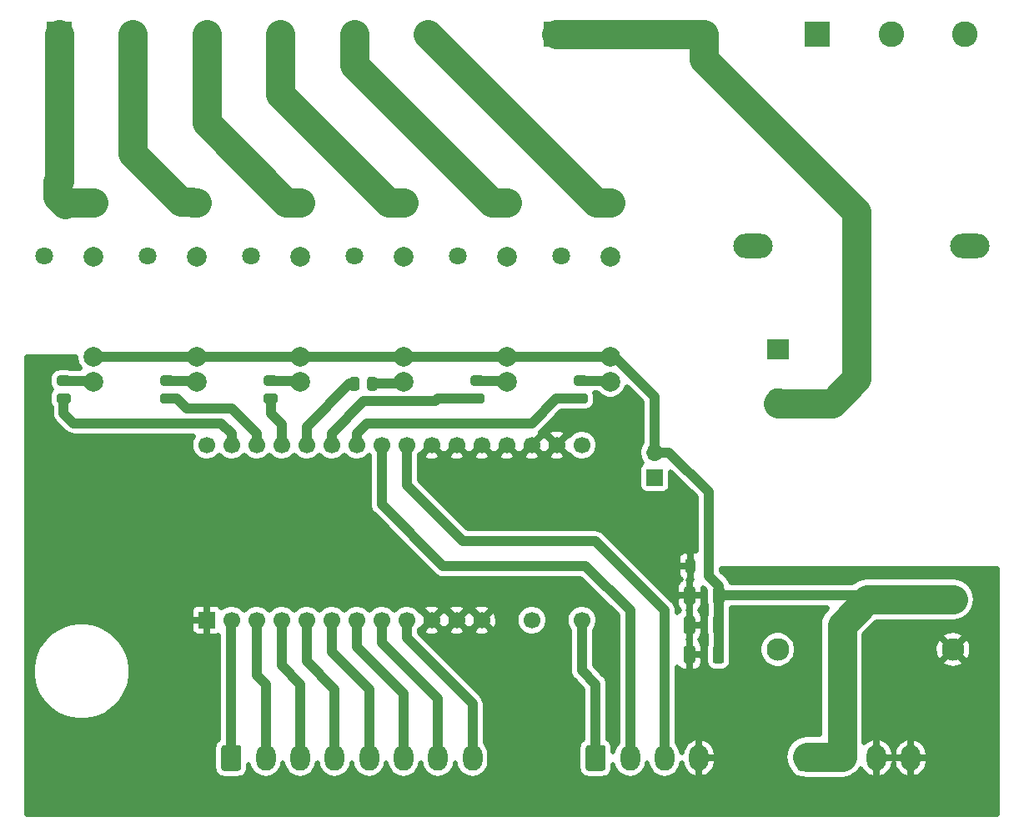
<source format=gbr>
%TF.GenerationSoftware,KiCad,Pcbnew,5.1.7-a382d34a8~87~ubuntu18.04.1*%
%TF.CreationDate,2020-10-18T18:02:23+02:00*%
%TF.ProjectId,thermodrive,74686572-6d6f-4647-9269-76652e6b6963,rev?*%
%TF.SameCoordinates,Original*%
%TF.FileFunction,Copper,L2,Bot*%
%TF.FilePolarity,Positive*%
%FSLAX46Y46*%
G04 Gerber Fmt 4.6, Leading zero omitted, Abs format (unit mm)*
G04 Created by KiCad (PCBNEW 5.1.7-a382d34a8~87~ubuntu18.04.1) date 2020-10-18 18:02:23*
%MOMM*%
%LPD*%
G01*
G04 APERTURE LIST*
%TA.AperFunction,ComponentPad*%
%ADD10C,1.700000*%
%TD*%
%TA.AperFunction,ComponentPad*%
%ADD11R,1.700000X1.700000*%
%TD*%
%TA.AperFunction,ComponentPad*%
%ADD12O,1.700000X1.700000*%
%TD*%
%TA.AperFunction,ComponentPad*%
%ADD13O,2.000000X2.600000*%
%TD*%
%TA.AperFunction,ComponentPad*%
%ADD14C,1.800000*%
%TD*%
%TA.AperFunction,ComponentPad*%
%ADD15C,2.300000*%
%TD*%
%TA.AperFunction,ComponentPad*%
%ADD16R,2.300000X2.000000*%
%TD*%
%TA.AperFunction,ComponentPad*%
%ADD17O,4.000000X2.500000*%
%TD*%
%TA.AperFunction,ComponentPad*%
%ADD18C,1.998980*%
%TD*%
%TA.AperFunction,ComponentPad*%
%ADD19C,2.600000*%
%TD*%
%TA.AperFunction,ComponentPad*%
%ADD20R,2.600000X2.600000*%
%TD*%
%TA.AperFunction,Conductor*%
%ADD21C,3.000000*%
%TD*%
%TA.AperFunction,Conductor*%
%ADD22C,1.000000*%
%TD*%
%TA.AperFunction,Conductor*%
%ADD23C,0.508000*%
%TD*%
%TA.AperFunction,Conductor*%
%ADD24C,0.100000*%
%TD*%
G04 APERTURE END LIST*
%TO.P,R4,2*%
%TO.N,Net-(R4-Pad2)*%
%TA.AperFunction,SMDPad,CuDef*%
G36*
G01*
X55012500Y-84549998D02*
X55012500Y-85450002D01*
G75*
G02*
X54762502Y-85700000I-249998J0D01*
G01*
X54237498Y-85700000D01*
G75*
G02*
X53987500Y-85450002I0J249998D01*
G01*
X53987500Y-84549998D01*
G75*
G02*
X54237498Y-84300000I249998J0D01*
G01*
X54762502Y-84300000D01*
G75*
G02*
X55012500Y-84549998I0J-249998D01*
G01*
G37*
%TD.AperFunction*%
%TO.P,R4,1*%
%TO.N,Net-(R4-Pad1)*%
%TA.AperFunction,SMDPad,CuDef*%
G36*
G01*
X56837500Y-84549998D02*
X56837500Y-85450002D01*
G75*
G02*
X56587502Y-85700000I-249998J0D01*
G01*
X56062498Y-85700000D01*
G75*
G02*
X55812500Y-85450002I0J249998D01*
G01*
X55812500Y-84549998D01*
G75*
G02*
X56062498Y-84300000I249998J0D01*
G01*
X56587502Y-84300000D01*
G75*
G02*
X56837500Y-84549998I0J-249998D01*
G01*
G37*
%TD.AperFunction*%
%TD*%
D10*
%TO.P,U7,32*%
%TO.N,Net-(U7-Pad32)*%
X39500000Y-91220000D03*
%TO.P,U7,31*%
%TO.N,Net-(R1-Pad1)*%
X42040000Y-91220000D03*
%TO.P,U7,30*%
%TO.N,Net-(R2-Pad2)*%
X44580000Y-91220000D03*
%TO.P,U7,29*%
%TO.N,Net-(R3-Pad2)*%
X47120000Y-91220000D03*
%TO.P,U7,28*%
%TO.N,Net-(R4-Pad2)*%
X49660000Y-91220000D03*
%TO.P,U7,27*%
%TO.N,Net-(R5-Pad2)*%
X52200000Y-91220000D03*
%TO.P,U7,26*%
%TO.N,Net-(R6-Pad2)*%
X54740000Y-91220000D03*
%TO.P,U7,25*%
%TO.N,Net-(J6-Pad2)*%
X57280000Y-91220000D03*
%TO.P,U7,24*%
%TO.N,Net-(J6-Pad3)*%
X59820000Y-91220000D03*
%TO.P,U7,23*%
%TO.N,GND*%
X62360000Y-91220000D03*
%TO.P,U7,22*%
X64900000Y-91220000D03*
%TO.P,U7,21*%
X67440000Y-91220000D03*
%TO.P,U7,20*%
X69980000Y-91220000D03*
%TO.P,U7,19*%
X72520000Y-91220000D03*
%TO.P,U7,18*%
X75060000Y-91220000D03*
%TO.P,U7,17*%
%TO.N,N/C*%
X77600000Y-91220000D03*
%TO.P,U7,16*%
%TO.N,Net-(J6-Pad1)*%
X77600000Y-109000000D03*
%TO.P,U7,14*%
%TO.N,Net-(JP1-Pad1)*%
X72520000Y-109000000D03*
%TO.P,U7,12*%
%TO.N,GND*%
X67440000Y-109000000D03*
%TO.P,U7,11*%
X64900000Y-109000000D03*
%TO.P,U7,10*%
X62360000Y-109000000D03*
%TO.P,U7,9*%
%TO.N,Net-(J5-Pad8)*%
X59820000Y-109000000D03*
%TO.P,U7,8*%
%TO.N,Net-(J5-Pad7)*%
X57280000Y-109000000D03*
%TO.P,U7,7*%
%TO.N,Net-(J5-Pad6)*%
X54740000Y-109000000D03*
%TO.P,U7,6*%
%TO.N,Net-(J5-Pad5)*%
X52200000Y-109000000D03*
%TO.P,U7,5*%
%TO.N,Net-(J5-Pad4)*%
X49660000Y-109000000D03*
%TO.P,U7,4*%
%TO.N,Net-(J5-Pad3)*%
X47120000Y-109000000D03*
%TO.P,U7,3*%
%TO.N,Net-(J5-Pad2)*%
X44580000Y-109000000D03*
%TO.P,U7,2*%
%TO.N,Net-(J5-Pad1)*%
X42040000Y-109000000D03*
D11*
%TO.P,U7,1*%
%TO.N,GND*%
X39500000Y-109000000D03*
%TD*%
D12*
%TO.P,JP1,2*%
%TO.N,+3V3*%
X85000000Y-91960000D03*
D11*
%TO.P,JP1,1*%
%TO.N,Net-(JP1-Pad1)*%
X85000000Y-94500000D03*
%TD*%
D13*
%TO.P,J6,4*%
%TO.N,GND*%
X89500000Y-123000000D03*
%TO.P,J6,3*%
%TO.N,Net-(J6-Pad3)*%
X86000000Y-123000000D03*
%TO.P,J6,2*%
%TO.N,Net-(J6-Pad2)*%
X82500000Y-123000000D03*
%TO.P,J6,1*%
%TO.N,Net-(J6-Pad1)*%
%TA.AperFunction,ComponentPad*%
G36*
G01*
X78000000Y-124050000D02*
X78000000Y-121950000D01*
G75*
G02*
X78250000Y-121700000I250000J0D01*
G01*
X79750000Y-121700000D01*
G75*
G02*
X80000000Y-121950000I0J-250000D01*
G01*
X80000000Y-124050000D01*
G75*
G02*
X79750000Y-124300000I-250000J0D01*
G01*
X78250000Y-124300000D01*
G75*
G02*
X78000000Y-124050000I0J250000D01*
G01*
G37*
%TD.AperFunction*%
%TD*%
%TO.P,C4,2*%
%TO.N,GND*%
%TA.AperFunction,SMDPad,CuDef*%
G36*
G01*
X89100000Y-108849999D02*
X89100000Y-110150001D01*
G75*
G02*
X88850001Y-110400000I-249999J0D01*
G01*
X88199999Y-110400000D01*
G75*
G02*
X87950000Y-110150001I0J249999D01*
G01*
X87950000Y-108849999D01*
G75*
G02*
X88199999Y-108600000I249999J0D01*
G01*
X88850001Y-108600000D01*
G75*
G02*
X89100000Y-108849999I0J-249999D01*
G01*
G37*
%TD.AperFunction*%
%TO.P,C4,1*%
%TO.N,+3V3*%
%TA.AperFunction,SMDPad,CuDef*%
G36*
G01*
X92050000Y-108849999D02*
X92050000Y-110150001D01*
G75*
G02*
X91800001Y-110400000I-249999J0D01*
G01*
X91149999Y-110400000D01*
G75*
G02*
X90900000Y-110150001I0J249999D01*
G01*
X90900000Y-108849999D01*
G75*
G02*
X91149999Y-108600000I249999J0D01*
G01*
X91800001Y-108600000D01*
G75*
G02*
X92050000Y-108849999I0J-249999D01*
G01*
G37*
%TD.AperFunction*%
%TD*%
%TO.P,C3,2*%
%TO.N,GND*%
%TA.AperFunction,SMDPad,CuDef*%
G36*
G01*
X89100000Y-111849999D02*
X89100000Y-113150001D01*
G75*
G02*
X88850001Y-113400000I-249999J0D01*
G01*
X88199999Y-113400000D01*
G75*
G02*
X87950000Y-113150001I0J249999D01*
G01*
X87950000Y-111849999D01*
G75*
G02*
X88199999Y-111600000I249999J0D01*
G01*
X88850001Y-111600000D01*
G75*
G02*
X89100000Y-111849999I0J-249999D01*
G01*
G37*
%TD.AperFunction*%
%TO.P,C3,1*%
%TO.N,+3V3*%
%TA.AperFunction,SMDPad,CuDef*%
G36*
G01*
X92050000Y-111849999D02*
X92050000Y-113150001D01*
G75*
G02*
X91800001Y-113400000I-249999J0D01*
G01*
X91149999Y-113400000D01*
G75*
G02*
X90900000Y-113150001I0J249999D01*
G01*
X90900000Y-111849999D01*
G75*
G02*
X91149999Y-111600000I249999J0D01*
G01*
X91800001Y-111600000D01*
G75*
G02*
X92050000Y-111849999I0J-249999D01*
G01*
G37*
%TD.AperFunction*%
%TD*%
%TO.P,C2,2*%
%TO.N,GND*%
%TA.AperFunction,SMDPad,CuDef*%
G36*
G01*
X89125000Y-105849999D02*
X89125000Y-107150001D01*
G75*
G02*
X88875001Y-107400000I-249999J0D01*
G01*
X88224999Y-107400000D01*
G75*
G02*
X87975000Y-107150001I0J249999D01*
G01*
X87975000Y-105849999D01*
G75*
G02*
X88224999Y-105600000I249999J0D01*
G01*
X88875001Y-105600000D01*
G75*
G02*
X89125000Y-105849999I0J-249999D01*
G01*
G37*
%TD.AperFunction*%
%TO.P,C2,1*%
%TO.N,+3V3*%
%TA.AperFunction,SMDPad,CuDef*%
G36*
G01*
X92075000Y-105849999D02*
X92075000Y-107150001D01*
G75*
G02*
X91825001Y-107400000I-249999J0D01*
G01*
X91174999Y-107400000D01*
G75*
G02*
X90925000Y-107150001I0J249999D01*
G01*
X90925000Y-105849999D01*
G75*
G02*
X91174999Y-105600000I249999J0D01*
G01*
X91825001Y-105600000D01*
G75*
G02*
X92075000Y-105849999I0J-249999D01*
G01*
G37*
%TD.AperFunction*%
%TD*%
D14*
%TO.P,RV6,2*%
%TO.N,Net-(J2-Pad6)*%
X76900000Y-64500000D03*
%TO.P,RV6,1*%
%TO.N,/NET_L*%
X75500000Y-72000000D03*
%TD*%
D15*
%TO.P,PS1,16*%
%TO.N,+3V3*%
X115280000Y-106900000D03*
%TO.P,PS1,14*%
%TO.N,GND*%
X115280000Y-111980000D03*
%TO.P,PS1,3*%
%TO.N,/NET_N*%
X97500000Y-86580000D03*
D16*
%TO.P,PS1,1*%
%TO.N,/NET_L*%
X97500000Y-81500000D03*
D15*
%TO.P,PS1,5*%
%TO.N,Net-(PS1-Pad5)*%
X97500000Y-111980000D03*
%TD*%
D13*
%TO.P,J5,8*%
%TO.N,Net-(J5-Pad8)*%
X66500000Y-123000000D03*
%TO.P,J5,7*%
%TO.N,Net-(J5-Pad7)*%
X63000000Y-123000000D03*
%TO.P,J5,6*%
%TO.N,Net-(J5-Pad6)*%
X59500000Y-123000000D03*
%TO.P,J5,5*%
%TO.N,Net-(J5-Pad5)*%
X56000000Y-123000000D03*
%TO.P,J5,4*%
%TO.N,Net-(J5-Pad4)*%
X52500000Y-123000000D03*
%TO.P,J5,3*%
%TO.N,Net-(J5-Pad3)*%
X49000000Y-123000000D03*
%TO.P,J5,2*%
%TO.N,Net-(J5-Pad2)*%
X45500000Y-123000000D03*
%TO.P,J5,1*%
%TO.N,Net-(J5-Pad1)*%
%TA.AperFunction,ComponentPad*%
G36*
G01*
X41000000Y-124050000D02*
X41000000Y-121950000D01*
G75*
G02*
X41250000Y-121700000I250000J0D01*
G01*
X42750000Y-121700000D01*
G75*
G02*
X43000000Y-121950000I0J-250000D01*
G01*
X43000000Y-124050000D01*
G75*
G02*
X42750000Y-124300000I-250000J0D01*
G01*
X41250000Y-124300000D01*
G75*
G02*
X41000000Y-124050000I0J250000D01*
G01*
G37*
%TD.AperFunction*%
%TD*%
%TO.P,J4,4*%
%TO.N,GND*%
X111000000Y-123000000D03*
%TO.P,J4,3*%
X107500000Y-123000000D03*
%TO.P,J4,2*%
%TO.N,+3V3*%
X104000000Y-123000000D03*
%TO.P,J4,1*%
%TA.AperFunction,ComponentPad*%
G36*
G01*
X99500000Y-124050000D02*
X99500000Y-121950000D01*
G75*
G02*
X99750000Y-121700000I250000J0D01*
G01*
X101250000Y-121700000D01*
G75*
G02*
X101500000Y-121950000I0J-250000D01*
G01*
X101500000Y-124050000D01*
G75*
G02*
X101250000Y-124300000I-250000J0D01*
G01*
X99750000Y-124300000D01*
G75*
G02*
X99500000Y-124050000I0J250000D01*
G01*
G37*
%TD.AperFunction*%
%TD*%
D17*
%TO.P,F1,1*%
%TO.N,Net-(F1-Pad1)*%
X117000000Y-71000000D03*
%TO.P,F1,2*%
%TO.N,/NET_L*%
X95000000Y-71000000D03*
%TD*%
%TO.P,C1,2*%
%TO.N,GND*%
%TA.AperFunction,SMDPad,CuDef*%
G36*
G01*
X89100000Y-103025000D02*
X89100000Y-103975000D01*
G75*
G02*
X88850000Y-104225000I-250000J0D01*
G01*
X88350000Y-104225000D01*
G75*
G02*
X88100000Y-103975000I0J250000D01*
G01*
X88100000Y-103025000D01*
G75*
G02*
X88350000Y-102775000I250000J0D01*
G01*
X88850000Y-102775000D01*
G75*
G02*
X89100000Y-103025000I0J-250000D01*
G01*
G37*
%TD.AperFunction*%
%TO.P,C1,1*%
%TO.N,+3V3*%
%TA.AperFunction,SMDPad,CuDef*%
G36*
G01*
X91000000Y-103025000D02*
X91000000Y-103975000D01*
G75*
G02*
X90750000Y-104225000I-250000J0D01*
G01*
X90250000Y-104225000D01*
G75*
G02*
X90000000Y-103975000I0J250000D01*
G01*
X90000000Y-103025000D01*
G75*
G02*
X90250000Y-102775000I250000J0D01*
G01*
X90750000Y-102775000D01*
G75*
G02*
X91000000Y-103025000I0J-250000D01*
G01*
G37*
%TD.AperFunction*%
%TD*%
D18*
%TO.P,U6,4*%
%TO.N,Net-(J2-Pad6)*%
X80500000Y-67000000D03*
%TO.P,U6,3*%
%TO.N,/NET_L*%
X80500000Y-72080000D03*
%TO.P,U6,2*%
%TO.N,+3V3*%
X80500000Y-82240000D03*
%TO.P,U6,1*%
%TO.N,Net-(R6-Pad1)*%
X80500000Y-84780000D03*
%TD*%
%TO.P,U5,4*%
%TO.N,Net-(J2-Pad5)*%
X70000000Y-67000000D03*
%TO.P,U5,3*%
%TO.N,/NET_L*%
X70000000Y-72080000D03*
%TO.P,U5,2*%
%TO.N,+3V3*%
X70000000Y-82240000D03*
%TO.P,U5,1*%
%TO.N,Net-(R5-Pad1)*%
X70000000Y-84780000D03*
%TD*%
%TO.P,U4,4*%
%TO.N,Net-(J2-Pad4)*%
X59500000Y-67000000D03*
%TO.P,U4,3*%
%TO.N,/NET_L*%
X59500000Y-72080000D03*
%TO.P,U4,2*%
%TO.N,+3V3*%
X59500000Y-82240000D03*
%TO.P,U4,1*%
%TO.N,Net-(R4-Pad1)*%
X59500000Y-84780000D03*
%TD*%
%TO.P,U3,4*%
%TO.N,Net-(J2-Pad3)*%
X49000000Y-67000000D03*
%TO.P,U3,3*%
%TO.N,/NET_L*%
X49000000Y-72080000D03*
%TO.P,U3,2*%
%TO.N,+3V3*%
X49000000Y-82240000D03*
%TO.P,U3,1*%
%TO.N,Net-(R3-Pad1)*%
X49000000Y-84780000D03*
%TD*%
%TO.P,U2,4*%
%TO.N,Net-(J2-Pad2)*%
X38500000Y-67000000D03*
%TO.P,U2,3*%
%TO.N,/NET_L*%
X38500000Y-72080000D03*
%TO.P,U2,2*%
%TO.N,+3V3*%
X38500000Y-82240000D03*
%TO.P,U2,1*%
%TO.N,Net-(R2-Pad1)*%
X38500000Y-84780000D03*
%TD*%
%TO.P,U1,4*%
%TO.N,Net-(J2-Pad1)*%
X28000000Y-67000000D03*
%TO.P,U1,3*%
%TO.N,/NET_L*%
X28000000Y-72080000D03*
%TO.P,U1,2*%
%TO.N,+3V3*%
X28000000Y-82240000D03*
%TO.P,U1,1*%
%TO.N,Net-(R1-Pad2)*%
X28000000Y-84780000D03*
%TD*%
D14*
%TO.P,RV5,2*%
%TO.N,Net-(J2-Pad5)*%
X66400000Y-64500000D03*
%TO.P,RV5,1*%
%TO.N,/NET_L*%
X65000000Y-72000000D03*
%TD*%
%TO.P,RV4,2*%
%TO.N,Net-(J2-Pad4)*%
X55900000Y-64500000D03*
%TO.P,RV4,1*%
%TO.N,/NET_L*%
X54500000Y-72000000D03*
%TD*%
%TO.P,RV3,2*%
%TO.N,Net-(J2-Pad3)*%
X45400000Y-64500000D03*
%TO.P,RV3,1*%
%TO.N,/NET_L*%
X44000000Y-72000000D03*
%TD*%
%TO.P,RV2,2*%
%TO.N,Net-(J2-Pad2)*%
X34900000Y-64500000D03*
%TO.P,RV2,1*%
%TO.N,/NET_L*%
X33500000Y-72000000D03*
%TD*%
%TO.P,RV1,2*%
%TO.N,Net-(J2-Pad1)*%
X24400000Y-64500000D03*
%TO.P,RV1,1*%
%TO.N,/NET_L*%
X23000000Y-72000000D03*
%TD*%
%TO.P,R6,2*%
%TO.N,Net-(R6-Pad2)*%
%TA.AperFunction,SMDPad,CuDef*%
G36*
G01*
X77049998Y-85987500D02*
X77950002Y-85987500D01*
G75*
G02*
X78200000Y-86237498I0J-249998D01*
G01*
X78200000Y-86762502D01*
G75*
G02*
X77950002Y-87012500I-249998J0D01*
G01*
X77049998Y-87012500D01*
G75*
G02*
X76800000Y-86762502I0J249998D01*
G01*
X76800000Y-86237498D01*
G75*
G02*
X77049998Y-85987500I249998J0D01*
G01*
G37*
%TD.AperFunction*%
%TO.P,R6,1*%
%TO.N,Net-(R6-Pad1)*%
%TA.AperFunction,SMDPad,CuDef*%
G36*
G01*
X77049998Y-84162500D02*
X77950002Y-84162500D01*
G75*
G02*
X78200000Y-84412498I0J-249998D01*
G01*
X78200000Y-84937502D01*
G75*
G02*
X77950002Y-85187500I-249998J0D01*
G01*
X77049998Y-85187500D01*
G75*
G02*
X76800000Y-84937502I0J249998D01*
G01*
X76800000Y-84412498D01*
G75*
G02*
X77049998Y-84162500I249998J0D01*
G01*
G37*
%TD.AperFunction*%
%TD*%
%TO.P,R5,2*%
%TO.N,Net-(R5-Pad2)*%
%TA.AperFunction,SMDPad,CuDef*%
G36*
G01*
X66549998Y-85987500D02*
X67450002Y-85987500D01*
G75*
G02*
X67700000Y-86237498I0J-249998D01*
G01*
X67700000Y-86762502D01*
G75*
G02*
X67450002Y-87012500I-249998J0D01*
G01*
X66549998Y-87012500D01*
G75*
G02*
X66300000Y-86762502I0J249998D01*
G01*
X66300000Y-86237498D01*
G75*
G02*
X66549998Y-85987500I249998J0D01*
G01*
G37*
%TD.AperFunction*%
%TO.P,R5,1*%
%TO.N,Net-(R5-Pad1)*%
%TA.AperFunction,SMDPad,CuDef*%
G36*
G01*
X66549998Y-84162500D02*
X67450002Y-84162500D01*
G75*
G02*
X67700000Y-84412498I0J-249998D01*
G01*
X67700000Y-84937502D01*
G75*
G02*
X67450002Y-85187500I-249998J0D01*
G01*
X66549998Y-85187500D01*
G75*
G02*
X66300000Y-84937502I0J249998D01*
G01*
X66300000Y-84412498D01*
G75*
G02*
X66549998Y-84162500I249998J0D01*
G01*
G37*
%TD.AperFunction*%
%TD*%
%TO.P,R3,2*%
%TO.N,Net-(R3-Pad2)*%
%TA.AperFunction,SMDPad,CuDef*%
G36*
G01*
X45549998Y-85987500D02*
X46450002Y-85987500D01*
G75*
G02*
X46700000Y-86237498I0J-249998D01*
G01*
X46700000Y-86762502D01*
G75*
G02*
X46450002Y-87012500I-249998J0D01*
G01*
X45549998Y-87012500D01*
G75*
G02*
X45300000Y-86762502I0J249998D01*
G01*
X45300000Y-86237498D01*
G75*
G02*
X45549998Y-85987500I249998J0D01*
G01*
G37*
%TD.AperFunction*%
%TO.P,R3,1*%
%TO.N,Net-(R3-Pad1)*%
%TA.AperFunction,SMDPad,CuDef*%
G36*
G01*
X45549998Y-84162500D02*
X46450002Y-84162500D01*
G75*
G02*
X46700000Y-84412498I0J-249998D01*
G01*
X46700000Y-84937502D01*
G75*
G02*
X46450002Y-85187500I-249998J0D01*
G01*
X45549998Y-85187500D01*
G75*
G02*
X45300000Y-84937502I0J249998D01*
G01*
X45300000Y-84412498D01*
G75*
G02*
X45549998Y-84162500I249998J0D01*
G01*
G37*
%TD.AperFunction*%
%TD*%
%TO.P,R2,2*%
%TO.N,Net-(R2-Pad2)*%
%TA.AperFunction,SMDPad,CuDef*%
G36*
G01*
X35049998Y-85987500D02*
X35950002Y-85987500D01*
G75*
G02*
X36200000Y-86237498I0J-249998D01*
G01*
X36200000Y-86762502D01*
G75*
G02*
X35950002Y-87012500I-249998J0D01*
G01*
X35049998Y-87012500D01*
G75*
G02*
X34800000Y-86762502I0J249998D01*
G01*
X34800000Y-86237498D01*
G75*
G02*
X35049998Y-85987500I249998J0D01*
G01*
G37*
%TD.AperFunction*%
%TO.P,R2,1*%
%TO.N,Net-(R2-Pad1)*%
%TA.AperFunction,SMDPad,CuDef*%
G36*
G01*
X35049998Y-84162500D02*
X35950002Y-84162500D01*
G75*
G02*
X36200000Y-84412498I0J-249998D01*
G01*
X36200000Y-84937502D01*
G75*
G02*
X35950002Y-85187500I-249998J0D01*
G01*
X35049998Y-85187500D01*
G75*
G02*
X34800000Y-84937502I0J249998D01*
G01*
X34800000Y-84412498D01*
G75*
G02*
X35049998Y-84162500I249998J0D01*
G01*
G37*
%TD.AperFunction*%
%TD*%
%TO.P,R1,2*%
%TO.N,Net-(R1-Pad2)*%
%TA.AperFunction,SMDPad,CuDef*%
G36*
G01*
X25450002Y-85187500D02*
X24549998Y-85187500D01*
G75*
G02*
X24300000Y-84937502I0J249998D01*
G01*
X24300000Y-84412498D01*
G75*
G02*
X24549998Y-84162500I249998J0D01*
G01*
X25450002Y-84162500D01*
G75*
G02*
X25700000Y-84412498I0J-249998D01*
G01*
X25700000Y-84937502D01*
G75*
G02*
X25450002Y-85187500I-249998J0D01*
G01*
G37*
%TD.AperFunction*%
%TO.P,R1,1*%
%TO.N,Net-(R1-Pad1)*%
%TA.AperFunction,SMDPad,CuDef*%
G36*
G01*
X25450002Y-87012500D02*
X24549998Y-87012500D01*
G75*
G02*
X24300000Y-86762502I0J249998D01*
G01*
X24300000Y-86237498D01*
G75*
G02*
X24549998Y-85987500I249998J0D01*
G01*
X25450002Y-85987500D01*
G75*
G02*
X25700000Y-86237498I0J-249998D01*
G01*
X25700000Y-86762502D01*
G75*
G02*
X25450002Y-87012500I-249998J0D01*
G01*
G37*
%TD.AperFunction*%
%TD*%
D19*
%TO.P,J3,3*%
%TO.N,/NET_N*%
X90000000Y-49500000D03*
%TO.P,J3,2*%
X82500000Y-49500000D03*
D20*
%TO.P,J3,1*%
X75000000Y-49500000D03*
%TD*%
D19*
%TO.P,J2,6*%
%TO.N,Net-(J2-Pad6)*%
X62000000Y-49500000D03*
%TO.P,J2,5*%
%TO.N,Net-(J2-Pad5)*%
X54500000Y-49500000D03*
%TO.P,J2,4*%
%TO.N,Net-(J2-Pad4)*%
X47000000Y-49500000D03*
%TO.P,J2,3*%
%TO.N,Net-(J2-Pad3)*%
X39500000Y-49500000D03*
%TO.P,J2,2*%
%TO.N,Net-(J2-Pad2)*%
X32000000Y-49500000D03*
D20*
%TO.P,J2,1*%
%TO.N,Net-(J2-Pad1)*%
X24500000Y-49500000D03*
%TD*%
D19*
%TO.P,J1,3*%
%TO.N,Net-(F1-Pad1)*%
X116500000Y-49500000D03*
%TO.P,J1,2*%
X109000000Y-49500000D03*
D20*
%TO.P,J1,1*%
X101500000Y-49500000D03*
%TD*%
D21*
%TO.N,/NET_N*%
X75000000Y-49500000D02*
X90000000Y-49500000D01*
X90000000Y-49500000D02*
X90000000Y-52000000D01*
X90000000Y-52000000D02*
X105500000Y-67500000D01*
X105500000Y-67500000D02*
X105500000Y-84500000D01*
X102999999Y-87000001D02*
X97500000Y-87000001D01*
X105500000Y-84500000D02*
X102999999Y-87000001D01*
%TO.N,Net-(J2-Pad6)*%
X79080509Y-66580509D02*
X80500000Y-66580509D01*
X62000000Y-49500000D02*
X79080509Y-66580509D01*
%TO.N,Net-(J2-Pad5)*%
X54500000Y-52600000D02*
X66400000Y-64500000D01*
X54500000Y-49500000D02*
X54500000Y-52600000D01*
X66400000Y-64500000D02*
X68480509Y-66580509D01*
X68480509Y-66580509D02*
X70000000Y-66580509D01*
%TO.N,Net-(J2-Pad4)*%
X47000000Y-55600000D02*
X55900000Y-64500000D01*
X47000000Y-49500000D02*
X47000000Y-55600000D01*
X55900000Y-64500000D02*
X57980509Y-66580509D01*
X57980509Y-66580509D02*
X59500000Y-66580509D01*
%TO.N,Net-(J2-Pad3)*%
X39500000Y-49500000D02*
X39500000Y-58500000D01*
X47580509Y-66580509D02*
X49000000Y-66580509D01*
X39500000Y-58500000D02*
X47580509Y-66580509D01*
%TO.N,Net-(J2-Pad2)*%
X32000000Y-61600000D02*
X34900000Y-64500000D01*
X32000000Y-49500000D02*
X32000000Y-61600000D01*
X34900000Y-64500000D02*
X36900000Y-66500000D01*
X38080509Y-66580509D02*
X38500000Y-66580509D01*
X36900000Y-66500000D02*
X38000000Y-66500000D01*
X38000000Y-66500000D02*
X38080509Y-66580509D01*
%TO.N,Net-(J2-Pad1)*%
X24500000Y-64400000D02*
X24400000Y-64500000D01*
X24500000Y-49500000D02*
X24500000Y-64400000D01*
X24400000Y-64500000D02*
X24400000Y-65999999D01*
X25360243Y-66580509D02*
X28000000Y-66580509D01*
X24400000Y-65999999D02*
X25170376Y-66770376D01*
X25170376Y-66770376D02*
X25360243Y-66580509D01*
%TO.N,+3V3*%
X115280000Y-106900000D02*
X106600000Y-106900000D01*
D22*
X85000000Y-86320752D02*
X85000000Y-91960000D01*
X80919248Y-82240000D02*
X85000000Y-86320752D01*
X28000000Y-82240000D02*
X80919248Y-82240000D01*
X91475000Y-106525000D02*
X91500000Y-106500000D01*
X91475000Y-112500000D02*
X91475000Y-106525000D01*
X91500000Y-106500000D02*
X91500000Y-105500000D01*
X90500000Y-104500000D02*
X90500000Y-103500000D01*
X91500000Y-105500000D02*
X90500000Y-104500000D01*
X90500000Y-103500000D02*
X90500000Y-96000000D01*
X86460000Y-91960000D02*
X85000000Y-91960000D01*
X90500000Y-96000000D02*
X86460000Y-91960000D01*
X106200000Y-106500000D02*
X106600000Y-106900000D01*
X91500000Y-106500000D02*
X106200000Y-106500000D01*
D21*
X104000000Y-121500000D02*
X104000000Y-122900000D01*
X106600000Y-106900000D02*
X104000000Y-109500000D01*
X104000000Y-109500000D02*
X104000000Y-121500000D01*
X104000000Y-122900000D02*
X100500000Y-122900000D01*
D22*
%TO.N,Net-(R2-Pad1)*%
X38395000Y-84675000D02*
X38500000Y-84780000D01*
X35500000Y-84675000D02*
X38395000Y-84675000D01*
%TO.N,Net-(R3-Pad1)*%
X48895000Y-84675000D02*
X49000000Y-84780000D01*
X46000000Y-84675000D02*
X48895000Y-84675000D01*
%TO.N,Net-(R4-Pad1)*%
X59280000Y-85000000D02*
X59500000Y-84780000D01*
X56325000Y-85000000D02*
X59280000Y-85000000D01*
%TO.N,Net-(R5-Pad1)*%
X69895000Y-84675000D02*
X70000000Y-84780000D01*
X67000000Y-84675000D02*
X69895000Y-84675000D01*
%TO.N,Net-(R6-Pad1)*%
X80395000Y-84675000D02*
X80500000Y-84780000D01*
X77500000Y-84675000D02*
X80395000Y-84675000D01*
%TO.N,Net-(J5-Pad8)*%
X59820000Y-110820000D02*
X59820000Y-109000000D01*
X66500000Y-122900000D02*
X66500000Y-117500000D01*
X66500000Y-117500000D02*
X59820000Y-110820000D01*
%TO.N,Net-(J5-Pad7)*%
X57280000Y-111280000D02*
X57280000Y-109000000D01*
X63000000Y-122900000D02*
X63000000Y-117000000D01*
X63000000Y-117000000D02*
X57280000Y-111280000D01*
%TO.N,Net-(J5-Pad6)*%
X54740000Y-111740000D02*
X54740000Y-109000000D01*
X59500000Y-122900000D02*
X59500000Y-116500000D01*
X59500000Y-116500000D02*
X54740000Y-111740000D01*
%TO.N,Net-(J5-Pad5)*%
X52200000Y-112200000D02*
X52200000Y-109000000D01*
X56000000Y-122900000D02*
X56000000Y-116000000D01*
X56000000Y-116000000D02*
X52200000Y-112200000D01*
%TO.N,Net-(J5-Pad4)*%
X49660000Y-113160000D02*
X49660000Y-109000000D01*
X52500000Y-122900000D02*
X52500000Y-116000000D01*
X52500000Y-116000000D02*
X49660000Y-113160000D01*
%TO.N,Net-(J5-Pad3)*%
X47120000Y-113620000D02*
X47120000Y-109000000D01*
X49000000Y-123000000D02*
X49000000Y-115500000D01*
X49000000Y-115500000D02*
X47120000Y-113620000D01*
%TO.N,Net-(J5-Pad2)*%
X44580000Y-114580000D02*
X44580000Y-109000000D01*
X45500000Y-123000000D02*
X45500000Y-115500000D01*
X45500000Y-115500000D02*
X44580000Y-114580000D01*
%TO.N,Net-(J5-Pad1)*%
X42000000Y-109040000D02*
X42040000Y-109000000D01*
X42000000Y-122900000D02*
X42000000Y-109040000D01*
%TO.N,Net-(J6-Pad3)*%
X86000000Y-108000000D02*
X86000000Y-122900000D01*
X79000000Y-101000000D02*
X86000000Y-108000000D01*
X65500000Y-101000000D02*
X79000000Y-101000000D01*
X59820000Y-91220000D02*
X59820000Y-95320000D01*
X59820000Y-95320000D02*
X65500000Y-101000000D01*
%TO.N,Net-(J6-Pad2)*%
X57280000Y-97280000D02*
X57280000Y-91220000D01*
X63500000Y-103500000D02*
X57280000Y-97280000D01*
X82500000Y-122900000D02*
X82500000Y-108000000D01*
X78000000Y-103500000D02*
X63500000Y-103500000D01*
X82500000Y-108000000D02*
X78000000Y-103500000D01*
%TO.N,Net-(J6-Pad1)*%
X77600000Y-114100000D02*
X77600000Y-109000000D01*
X79000000Y-122900000D02*
X79000000Y-115500000D01*
X79000000Y-115500000D02*
X77600000Y-114100000D01*
%TO.N,Net-(R1-Pad2)*%
X27895000Y-84675000D02*
X28000000Y-84780000D01*
X25000000Y-84675000D02*
X27895000Y-84675000D01*
%TO.N,Net-(R1-Pad1)*%
X42040000Y-91220000D02*
X42040000Y-90040000D01*
X41000010Y-89000010D02*
X26000010Y-89000010D01*
X42040000Y-90040000D02*
X41000010Y-89000010D01*
X26000010Y-89000010D02*
X25000000Y-88000000D01*
X25000000Y-88000000D02*
X25000000Y-86500000D01*
%TO.N,Net-(R2-Pad2)*%
X35500000Y-86500000D02*
X36500000Y-86500000D01*
X36500000Y-86500000D02*
X37500000Y-87500000D01*
X42062081Y-87500000D02*
X44580000Y-90017919D01*
X44580000Y-90017919D02*
X44580000Y-91220000D01*
X37500000Y-87500000D02*
X42062081Y-87500000D01*
%TO.N,Net-(R3-Pad2)*%
X46000000Y-86500000D02*
X46000000Y-88000000D01*
X47120000Y-89120000D02*
X47120000Y-91220000D01*
X46000000Y-88000000D02*
X47120000Y-89120000D01*
%TO.N,Net-(R4-Pad2)*%
X49660000Y-91220000D02*
X49660000Y-89340000D01*
X54000000Y-85000000D02*
X49660000Y-89340000D01*
X54500000Y-85000000D02*
X54000000Y-85000000D01*
%TO.N,Net-(R5-Pad2)*%
X67000000Y-86500000D02*
X63000000Y-86500000D01*
X52200000Y-90017919D02*
X52200000Y-91220000D01*
X55438428Y-86779491D02*
X52200000Y-90017919D01*
X62720509Y-86779491D02*
X55438428Y-86779491D01*
X63000000Y-86500000D02*
X62720509Y-86779491D01*
%TO.N,Net-(R6-Pad2)*%
X54740000Y-90017919D02*
X55757919Y-89000000D01*
X54740000Y-91220000D02*
X54740000Y-90017919D01*
X55757919Y-89000000D02*
X72500000Y-89000000D01*
X75000000Y-86500000D02*
X77500000Y-86500000D01*
X72500000Y-89000000D02*
X75000000Y-86500000D01*
%TD*%
D23*
%TO.N,GND*%
X26238510Y-82413492D02*
X26306203Y-82753808D01*
X26438988Y-83074378D01*
X26631761Y-83362884D01*
X26681877Y-83413000D01*
X25614342Y-83413000D01*
X25450002Y-83396814D01*
X24549998Y-83396814D01*
X24351848Y-83416330D01*
X24161313Y-83474128D01*
X23985714Y-83567988D01*
X23831801Y-83694301D01*
X23705488Y-83848214D01*
X23611628Y-84023813D01*
X23553830Y-84214348D01*
X23534314Y-84412498D01*
X23534314Y-84937502D01*
X23553830Y-85135652D01*
X23611628Y-85326187D01*
X23705488Y-85501786D01*
X23775832Y-85587500D01*
X23705488Y-85673214D01*
X23611628Y-85848813D01*
X23553830Y-86039348D01*
X23534314Y-86237498D01*
X23534314Y-86762502D01*
X23553830Y-86960652D01*
X23611628Y-87151187D01*
X23705488Y-87326786D01*
X23738000Y-87366402D01*
X23738000Y-87938012D01*
X23731895Y-88000000D01*
X23738000Y-88061988D01*
X23738000Y-88061995D01*
X23756260Y-88247394D01*
X23828423Y-88485282D01*
X23945608Y-88704521D01*
X24103314Y-88896686D01*
X24151474Y-88936211D01*
X25063803Y-89848540D01*
X25103324Y-89896696D01*
X25295488Y-90054402D01*
X25462616Y-90143733D01*
X25514727Y-90171587D01*
X25752614Y-90243750D01*
X25774723Y-90245927D01*
X25938014Y-90262010D01*
X25938021Y-90262010D01*
X26000010Y-90268115D01*
X26061998Y-90262010D01*
X38201373Y-90262010D01*
X38071464Y-90456432D01*
X37949948Y-90749797D01*
X37888000Y-91061232D01*
X37888000Y-91378768D01*
X37949948Y-91690203D01*
X38071464Y-91983568D01*
X38247878Y-92247590D01*
X38472410Y-92472122D01*
X38736432Y-92648536D01*
X39029797Y-92770052D01*
X39341232Y-92832000D01*
X39658768Y-92832000D01*
X39970203Y-92770052D01*
X40263568Y-92648536D01*
X40527590Y-92472122D01*
X40752122Y-92247590D01*
X40770000Y-92220834D01*
X40787878Y-92247590D01*
X41012410Y-92472122D01*
X41276432Y-92648536D01*
X41569797Y-92770052D01*
X41881232Y-92832000D01*
X42198768Y-92832000D01*
X42510203Y-92770052D01*
X42803568Y-92648536D01*
X43067590Y-92472122D01*
X43292122Y-92247590D01*
X43310000Y-92220834D01*
X43327878Y-92247590D01*
X43552410Y-92472122D01*
X43816432Y-92648536D01*
X44109797Y-92770052D01*
X44421232Y-92832000D01*
X44738768Y-92832000D01*
X45050203Y-92770052D01*
X45343568Y-92648536D01*
X45607590Y-92472122D01*
X45832122Y-92247590D01*
X45850000Y-92220834D01*
X45867878Y-92247590D01*
X46092410Y-92472122D01*
X46356432Y-92648536D01*
X46649797Y-92770052D01*
X46961232Y-92832000D01*
X47278768Y-92832000D01*
X47590203Y-92770052D01*
X47883568Y-92648536D01*
X48147590Y-92472122D01*
X48372122Y-92247590D01*
X48390000Y-92220834D01*
X48407878Y-92247590D01*
X48632410Y-92472122D01*
X48896432Y-92648536D01*
X49189797Y-92770052D01*
X49501232Y-92832000D01*
X49818768Y-92832000D01*
X50130203Y-92770052D01*
X50423568Y-92648536D01*
X50687590Y-92472122D01*
X50912122Y-92247590D01*
X50930000Y-92220834D01*
X50947878Y-92247590D01*
X51172410Y-92472122D01*
X51436432Y-92648536D01*
X51729797Y-92770052D01*
X52041232Y-92832000D01*
X52358768Y-92832000D01*
X52670203Y-92770052D01*
X52963568Y-92648536D01*
X53227590Y-92472122D01*
X53452122Y-92247590D01*
X53470000Y-92220834D01*
X53487878Y-92247590D01*
X53712410Y-92472122D01*
X53976432Y-92648536D01*
X54269797Y-92770052D01*
X54581232Y-92832000D01*
X54898768Y-92832000D01*
X55210203Y-92770052D01*
X55503568Y-92648536D01*
X55767590Y-92472122D01*
X55992122Y-92247590D01*
X56010000Y-92220834D01*
X56018001Y-92232808D01*
X56018000Y-97218011D01*
X56011895Y-97280000D01*
X56018000Y-97341988D01*
X56018000Y-97341995D01*
X56036260Y-97527394D01*
X56108423Y-97765282D01*
X56225608Y-97984521D01*
X56383314Y-98176686D01*
X56431475Y-98216211D01*
X62563798Y-104348536D01*
X62603314Y-104396686D01*
X62651464Y-104436202D01*
X62651468Y-104436206D01*
X62751154Y-104518016D01*
X62795478Y-104554392D01*
X63014717Y-104671577D01*
X63252605Y-104743740D01*
X63438004Y-104762000D01*
X63438013Y-104762000D01*
X63499999Y-104768105D01*
X63561985Y-104762000D01*
X77477264Y-104762000D01*
X81238001Y-108522738D01*
X81238000Y-121460296D01*
X81027862Y-121716350D01*
X80864248Y-122022450D01*
X80765686Y-122347366D01*
X80765686Y-121950000D01*
X80746170Y-121751849D01*
X80688372Y-121561314D01*
X80594512Y-121385715D01*
X80468198Y-121231802D01*
X80314285Y-121105488D01*
X80262000Y-121077541D01*
X80262000Y-115561988D01*
X80268105Y-115500000D01*
X80262000Y-115438011D01*
X80262000Y-115438004D01*
X80243740Y-115252605D01*
X80237458Y-115231894D01*
X80213947Y-115154392D01*
X80171577Y-115014717D01*
X80054392Y-114795478D01*
X79896686Y-114603314D01*
X79848530Y-114563793D01*
X78862000Y-113577264D01*
X78862000Y-110012807D01*
X79028536Y-109763568D01*
X79150052Y-109470203D01*
X79212000Y-109158768D01*
X79212000Y-108841232D01*
X79150052Y-108529797D01*
X79028536Y-108236432D01*
X78852122Y-107972410D01*
X78627590Y-107747878D01*
X78363568Y-107571464D01*
X78070203Y-107449948D01*
X77758768Y-107388000D01*
X77441232Y-107388000D01*
X77129797Y-107449948D01*
X76836432Y-107571464D01*
X76572410Y-107747878D01*
X76347878Y-107972410D01*
X76171464Y-108236432D01*
X76049948Y-108529797D01*
X75988000Y-108841232D01*
X75988000Y-109158768D01*
X76049948Y-109470203D01*
X76171464Y-109763568D01*
X76338001Y-110012808D01*
X76338000Y-114038011D01*
X76331895Y-114100000D01*
X76338000Y-114161988D01*
X76338000Y-114161995D01*
X76356260Y-114347394D01*
X76428423Y-114585282D01*
X76545608Y-114804521D01*
X76703314Y-114996686D01*
X76751475Y-115036211D01*
X77738001Y-116022738D01*
X77738000Y-121077541D01*
X77685715Y-121105488D01*
X77531802Y-121231802D01*
X77405488Y-121385715D01*
X77311628Y-121561314D01*
X77253830Y-121751849D01*
X77234314Y-121950000D01*
X77234314Y-124050000D01*
X77253830Y-124248151D01*
X77311628Y-124438686D01*
X77405488Y-124614285D01*
X77531802Y-124768198D01*
X77685715Y-124894512D01*
X77861314Y-124988372D01*
X78051849Y-125046170D01*
X78250000Y-125065686D01*
X79750000Y-125065686D01*
X79948151Y-125046170D01*
X80138686Y-124988372D01*
X80314285Y-124894512D01*
X80468198Y-124768198D01*
X80594512Y-124614285D01*
X80688372Y-124438686D01*
X80746170Y-124248151D01*
X80765686Y-124050000D01*
X80765686Y-123652635D01*
X80864248Y-123977551D01*
X81027862Y-124283651D01*
X81248050Y-124551950D01*
X81516350Y-124772138D01*
X81822450Y-124935752D01*
X82154589Y-125036505D01*
X82500000Y-125070525D01*
X82845412Y-125036505D01*
X83177551Y-124935752D01*
X83483651Y-124772138D01*
X83751950Y-124551950D01*
X83972138Y-124283651D01*
X84135752Y-123977551D01*
X84236505Y-123645411D01*
X84250000Y-123508394D01*
X84263495Y-123645412D01*
X84364248Y-123977551D01*
X84527862Y-124283651D01*
X84748050Y-124551950D01*
X85016350Y-124772138D01*
X85322450Y-124935752D01*
X85654589Y-125036505D01*
X86000000Y-125070525D01*
X86345412Y-125036505D01*
X86677551Y-124935752D01*
X86983651Y-124772138D01*
X87251950Y-124551950D01*
X87472138Y-124283651D01*
X87635752Y-123977551D01*
X87736505Y-123645411D01*
X87752064Y-123487441D01*
X87790585Y-123737905D01*
X87908862Y-124062981D01*
X88088285Y-124358736D01*
X88321960Y-124613805D01*
X88600906Y-124818385D01*
X88914404Y-124964614D01*
X89129954Y-125022704D01*
X89404000Y-124868565D01*
X89404000Y-123096000D01*
X89596000Y-123096000D01*
X89596000Y-124868565D01*
X89870046Y-125022704D01*
X90085596Y-124964614D01*
X90399094Y-124818385D01*
X90678040Y-124613805D01*
X90911715Y-124358736D01*
X91091138Y-124062981D01*
X91209415Y-123737905D01*
X91262000Y-123396000D01*
X91262000Y-123096000D01*
X89596000Y-123096000D01*
X89404000Y-123096000D01*
X89384000Y-123096000D01*
X89384000Y-122904000D01*
X89404000Y-122904000D01*
X89404000Y-121131435D01*
X89596000Y-121131435D01*
X89596000Y-122904000D01*
X91262000Y-122904000D01*
X91262000Y-122604000D01*
X91209415Y-122262095D01*
X91091138Y-121937019D01*
X90911715Y-121641264D01*
X90678040Y-121386195D01*
X90399094Y-121181615D01*
X90085596Y-121035386D01*
X89870046Y-120977296D01*
X89596000Y-121131435D01*
X89404000Y-121131435D01*
X89129954Y-120977296D01*
X88914404Y-121035386D01*
X88600906Y-121181615D01*
X88321960Y-121386195D01*
X88088285Y-121641264D01*
X87908862Y-121937019D01*
X87790585Y-122262095D01*
X87752064Y-122512559D01*
X87736505Y-122354588D01*
X87635752Y-122022449D01*
X87472138Y-121716349D01*
X87262000Y-121460296D01*
X87262000Y-113729316D01*
X87313355Y-113825393D01*
X87408578Y-113941422D01*
X87524607Y-114036645D01*
X87656984Y-114107403D01*
X87800622Y-114150975D01*
X87950000Y-114165687D01*
X88238500Y-114162000D01*
X88429000Y-113971500D01*
X88429000Y-112596000D01*
X88621000Y-112596000D01*
X88621000Y-113971500D01*
X88811500Y-114162000D01*
X89100000Y-114165687D01*
X89249378Y-114150975D01*
X89393016Y-114107403D01*
X89525393Y-114036645D01*
X89641422Y-113941422D01*
X89736645Y-113825393D01*
X89807403Y-113693016D01*
X89850975Y-113549378D01*
X89865687Y-113400000D01*
X89862000Y-112786500D01*
X89671500Y-112596000D01*
X88621000Y-112596000D01*
X88429000Y-112596000D01*
X88409000Y-112596000D01*
X88409000Y-112404000D01*
X88429000Y-112404000D01*
X88429000Y-111028500D01*
X88400500Y-111000000D01*
X88429000Y-110971500D01*
X88429000Y-109596000D01*
X88621000Y-109596000D01*
X88621000Y-110971500D01*
X88649500Y-111000000D01*
X88621000Y-111028500D01*
X88621000Y-112404000D01*
X89671500Y-112404000D01*
X89862000Y-112213500D01*
X89865687Y-111600000D01*
X89850975Y-111450622D01*
X89807403Y-111306984D01*
X89736645Y-111174607D01*
X89641422Y-111058578D01*
X89570045Y-111000000D01*
X89641422Y-110941422D01*
X89736645Y-110825393D01*
X89807403Y-110693016D01*
X89850975Y-110549378D01*
X89865687Y-110400000D01*
X89862000Y-109786500D01*
X89671500Y-109596000D01*
X88621000Y-109596000D01*
X88429000Y-109596000D01*
X88409000Y-109596000D01*
X88409000Y-109404000D01*
X88429000Y-109404000D01*
X88429000Y-108028500D01*
X88621000Y-108028500D01*
X88621000Y-109404000D01*
X89671500Y-109404000D01*
X89862000Y-109213500D01*
X89865687Y-108600000D01*
X89850975Y-108450622D01*
X89807403Y-108306984D01*
X89736645Y-108174607D01*
X89641422Y-108058578D01*
X89582545Y-108010259D01*
X89666422Y-107941422D01*
X89761645Y-107825393D01*
X89832403Y-107693016D01*
X89875975Y-107549378D01*
X89890687Y-107400000D01*
X89887000Y-106786500D01*
X89696500Y-106596000D01*
X88646000Y-106596000D01*
X88646000Y-107971500D01*
X88662000Y-107987500D01*
X88621000Y-108028500D01*
X88429000Y-108028500D01*
X88413000Y-108012500D01*
X88454000Y-107971500D01*
X88454000Y-106596000D01*
X87403500Y-106596000D01*
X87213000Y-106786500D01*
X87209313Y-107400000D01*
X87224025Y-107549378D01*
X87267597Y-107693016D01*
X87338355Y-107825393D01*
X87433578Y-107941422D01*
X87492455Y-107989741D01*
X87408578Y-108058578D01*
X87313355Y-108174607D01*
X87262000Y-108270684D01*
X87262000Y-108061988D01*
X87268105Y-108000000D01*
X87262000Y-107938011D01*
X87262000Y-107938004D01*
X87243740Y-107752605D01*
X87237458Y-107731894D01*
X87200516Y-107610116D01*
X87171577Y-107514717D01*
X87054392Y-107295478D01*
X86896686Y-107103314D01*
X86848532Y-107063795D01*
X85384737Y-105600000D01*
X87209313Y-105600000D01*
X87213000Y-106213500D01*
X87403500Y-106404000D01*
X88454000Y-106404000D01*
X88454000Y-105028500D01*
X88363000Y-104937500D01*
X88504000Y-104796500D01*
X88504000Y-103596000D01*
X87528500Y-103596000D01*
X87338000Y-103786500D01*
X87334313Y-104225000D01*
X87349025Y-104374378D01*
X87392597Y-104518016D01*
X87463355Y-104650393D01*
X87558578Y-104766422D01*
X87674607Y-104861645D01*
X87714219Y-104882819D01*
X87681984Y-104892597D01*
X87549607Y-104963355D01*
X87433578Y-105058578D01*
X87338355Y-105174607D01*
X87267597Y-105306984D01*
X87224025Y-105450622D01*
X87209313Y-105600000D01*
X85384737Y-105600000D01*
X82559737Y-102775000D01*
X87334313Y-102775000D01*
X87338000Y-103213500D01*
X87528500Y-103404000D01*
X88504000Y-103404000D01*
X88504000Y-102203500D01*
X88313500Y-102013000D01*
X88100000Y-102009313D01*
X87950622Y-102024025D01*
X87806984Y-102067597D01*
X87674607Y-102138355D01*
X87558578Y-102233578D01*
X87463355Y-102349607D01*
X87392597Y-102481984D01*
X87349025Y-102625622D01*
X87334313Y-102775000D01*
X82559737Y-102775000D01*
X79936211Y-100151475D01*
X79896686Y-100103314D01*
X79704522Y-99945608D01*
X79485283Y-99828423D01*
X79247395Y-99756260D01*
X79061996Y-99738000D01*
X79061988Y-99738000D01*
X79000000Y-99731895D01*
X78938012Y-99738000D01*
X66022737Y-99738000D01*
X61082000Y-94797264D01*
X61082000Y-92296267D01*
X61419497Y-92296267D01*
X61487244Y-92584570D01*
X61770228Y-92728616D01*
X62075877Y-92814687D01*
X62392445Y-92839475D01*
X62707766Y-92802028D01*
X63009722Y-92703784D01*
X63232756Y-92584570D01*
X63300503Y-92296267D01*
X63959497Y-92296267D01*
X64027244Y-92584570D01*
X64310228Y-92728616D01*
X64615877Y-92814687D01*
X64932445Y-92839475D01*
X65247766Y-92802028D01*
X65549722Y-92703784D01*
X65772756Y-92584570D01*
X65840503Y-92296267D01*
X66499497Y-92296267D01*
X66567244Y-92584570D01*
X66850228Y-92728616D01*
X67155877Y-92814687D01*
X67472445Y-92839475D01*
X67787766Y-92802028D01*
X68089722Y-92703784D01*
X68312756Y-92584570D01*
X68380503Y-92296267D01*
X69039497Y-92296267D01*
X69107244Y-92584570D01*
X69390228Y-92728616D01*
X69695877Y-92814687D01*
X70012445Y-92839475D01*
X70327766Y-92802028D01*
X70629722Y-92703784D01*
X70852756Y-92584570D01*
X70920503Y-92296267D01*
X71579497Y-92296267D01*
X71647244Y-92584570D01*
X71930228Y-92728616D01*
X72235877Y-92814687D01*
X72552445Y-92839475D01*
X72867766Y-92802028D01*
X73169722Y-92703784D01*
X73392756Y-92584570D01*
X73460503Y-92296267D01*
X74119497Y-92296267D01*
X74187244Y-92584570D01*
X74470228Y-92728616D01*
X74775877Y-92814687D01*
X75092445Y-92839475D01*
X75407766Y-92802028D01*
X75709722Y-92703784D01*
X75932756Y-92584570D01*
X76000503Y-92296267D01*
X75060000Y-91355765D01*
X74119497Y-92296267D01*
X73460503Y-92296267D01*
X72520000Y-91355765D01*
X71579497Y-92296267D01*
X70920503Y-92296267D01*
X69980000Y-91355765D01*
X69039497Y-92296267D01*
X68380503Y-92296267D01*
X67440000Y-91355765D01*
X66499497Y-92296267D01*
X65840503Y-92296267D01*
X64900000Y-91355765D01*
X63959497Y-92296267D01*
X63300503Y-92296267D01*
X62360000Y-91355765D01*
X61419497Y-92296267D01*
X61082000Y-92296267D01*
X61082000Y-92232807D01*
X61151132Y-92129344D01*
X61283733Y-92160503D01*
X62224235Y-91220000D01*
X62210093Y-91205858D01*
X62345858Y-91070093D01*
X62360000Y-91084235D01*
X62374142Y-91070093D01*
X62509907Y-91205858D01*
X62495765Y-91220000D01*
X63436267Y-92160503D01*
X63630000Y-92114979D01*
X63823733Y-92160503D01*
X64764235Y-91220000D01*
X64750093Y-91205858D01*
X64885858Y-91070093D01*
X64900000Y-91084235D01*
X64914142Y-91070093D01*
X65049907Y-91205858D01*
X65035765Y-91220000D01*
X65976267Y-92160503D01*
X66170000Y-92114979D01*
X66363733Y-92160503D01*
X67304235Y-91220000D01*
X67290093Y-91205858D01*
X67425858Y-91070093D01*
X67440000Y-91084235D01*
X67454142Y-91070093D01*
X67589907Y-91205858D01*
X67575765Y-91220000D01*
X68516267Y-92160503D01*
X68710000Y-92114979D01*
X68903733Y-92160503D01*
X69844235Y-91220000D01*
X69830093Y-91205858D01*
X69965858Y-91070093D01*
X69980000Y-91084235D01*
X69994142Y-91070093D01*
X70129907Y-91205858D01*
X70115765Y-91220000D01*
X71056267Y-92160503D01*
X71250000Y-92114979D01*
X71443733Y-92160503D01*
X72384235Y-91220000D01*
X72655765Y-91220000D01*
X73596267Y-92160503D01*
X73790000Y-92114979D01*
X73983733Y-92160503D01*
X74924235Y-91220000D01*
X75195765Y-91220000D01*
X76136267Y-92160503D01*
X76268868Y-92129344D01*
X76347878Y-92247590D01*
X76572410Y-92472122D01*
X76836432Y-92648536D01*
X77129797Y-92770052D01*
X77441232Y-92832000D01*
X77758768Y-92832000D01*
X78070203Y-92770052D01*
X78363568Y-92648536D01*
X78627590Y-92472122D01*
X78852122Y-92247590D01*
X79028536Y-91983568D01*
X79150052Y-91690203D01*
X79212000Y-91378768D01*
X79212000Y-91061232D01*
X79150052Y-90749797D01*
X79028536Y-90456432D01*
X78852122Y-90192410D01*
X78627590Y-89967878D01*
X78363568Y-89791464D01*
X78070203Y-89669948D01*
X77758768Y-89608000D01*
X77441232Y-89608000D01*
X77129797Y-89669948D01*
X76836432Y-89791464D01*
X76572410Y-89967878D01*
X76347878Y-90192410D01*
X76268868Y-90310656D01*
X76136267Y-90279497D01*
X75195765Y-91220000D01*
X74924235Y-91220000D01*
X73983733Y-90279497D01*
X73790000Y-90325021D01*
X73596267Y-90279497D01*
X72655765Y-91220000D01*
X72384235Y-91220000D01*
X72370093Y-91205858D01*
X72505858Y-91070093D01*
X72520000Y-91084235D01*
X73460503Y-90143733D01*
X74119497Y-90143733D01*
X75060000Y-91084235D01*
X76000503Y-90143733D01*
X75932756Y-89855430D01*
X75649772Y-89711384D01*
X75344123Y-89625313D01*
X75027555Y-89600525D01*
X74712234Y-89637972D01*
X74410278Y-89736216D01*
X74187244Y-89855430D01*
X74119497Y-90143733D01*
X73460503Y-90143733D01*
X73401167Y-89891225D01*
X73436211Y-89848525D01*
X75522737Y-87762000D01*
X76885658Y-87762000D01*
X77049998Y-87778186D01*
X77950002Y-87778186D01*
X78148152Y-87758670D01*
X78338687Y-87700872D01*
X78514286Y-87607012D01*
X78668199Y-87480699D01*
X78794512Y-87326786D01*
X78888372Y-87151187D01*
X78946170Y-86960652D01*
X78965686Y-86762502D01*
X78965686Y-86237498D01*
X78946170Y-86039348D01*
X78915123Y-85937000D01*
X79165877Y-85937000D01*
X79377116Y-86148239D01*
X79665622Y-86341012D01*
X79986192Y-86473797D01*
X80326508Y-86541490D01*
X80673492Y-86541490D01*
X81013808Y-86473797D01*
X81334378Y-86341012D01*
X81622884Y-86148239D01*
X81868239Y-85902884D01*
X82061012Y-85614378D01*
X82192193Y-85297681D01*
X83738000Y-86843489D01*
X83738001Y-90947192D01*
X83571464Y-91196432D01*
X83449948Y-91489797D01*
X83388000Y-91801232D01*
X83388000Y-92118768D01*
X83449948Y-92430203D01*
X83571464Y-92723568D01*
X83747878Y-92987590D01*
X83756563Y-92996275D01*
X83724608Y-93013355D01*
X83608578Y-93108578D01*
X83513355Y-93224608D01*
X83442598Y-93356985D01*
X83399026Y-93500622D01*
X83384314Y-93650000D01*
X83384314Y-95350000D01*
X83399026Y-95499378D01*
X83442598Y-95643015D01*
X83513355Y-95775392D01*
X83608578Y-95891422D01*
X83724608Y-95986645D01*
X83856985Y-96057402D01*
X84000622Y-96100974D01*
X84150000Y-96115686D01*
X85850000Y-96115686D01*
X85999378Y-96100974D01*
X86143015Y-96057402D01*
X86275392Y-95986645D01*
X86391422Y-95891422D01*
X86486645Y-95775392D01*
X86557402Y-95643015D01*
X86600974Y-95499378D01*
X86615686Y-95350000D01*
X86615686Y-93900422D01*
X89238001Y-96522738D01*
X89238000Y-102022904D01*
X89100000Y-102009313D01*
X88886500Y-102013000D01*
X88696000Y-102203500D01*
X88696000Y-103404000D01*
X88716000Y-103404000D01*
X88716000Y-103596000D01*
X88696000Y-103596000D01*
X88696000Y-104796500D01*
X88787000Y-104887500D01*
X88646000Y-105028500D01*
X88646000Y-106404000D01*
X89696500Y-106404000D01*
X89887000Y-106213500D01*
X89890236Y-105674973D01*
X90159314Y-105944051D01*
X90159314Y-107150001D01*
X90178830Y-107348151D01*
X90213001Y-107460798D01*
X90213001Y-108458745D01*
X90211628Y-108461313D01*
X90153830Y-108651849D01*
X90134314Y-108849999D01*
X90134314Y-110150001D01*
X90153830Y-110348151D01*
X90211628Y-110538687D01*
X90213000Y-110541254D01*
X90213000Y-111458746D01*
X90211628Y-111461313D01*
X90153830Y-111651849D01*
X90134314Y-111849999D01*
X90134314Y-113150001D01*
X90153830Y-113348151D01*
X90211628Y-113538687D01*
X90305488Y-113714285D01*
X90431801Y-113868199D01*
X90585715Y-113994512D01*
X90761313Y-114088372D01*
X90951849Y-114146170D01*
X91149999Y-114165686D01*
X91800001Y-114165686D01*
X91998151Y-114146170D01*
X92188687Y-114088372D01*
X92364285Y-113994512D01*
X92518199Y-113868199D01*
X92644512Y-113714285D01*
X92738372Y-113538687D01*
X92796170Y-113348151D01*
X92815686Y-113150001D01*
X92815686Y-111849999D01*
X92809943Y-111791684D01*
X95588000Y-111791684D01*
X95588000Y-112168316D01*
X95661477Y-112537710D01*
X95805608Y-112885671D01*
X96014853Y-113198829D01*
X96281171Y-113465147D01*
X96594329Y-113674392D01*
X96942290Y-113818523D01*
X97311684Y-113892000D01*
X97688316Y-113892000D01*
X98057710Y-113818523D01*
X98405671Y-113674392D01*
X98718829Y-113465147D01*
X98985147Y-113198829D01*
X99194392Y-112885671D01*
X99338523Y-112537710D01*
X99412000Y-112168316D01*
X99412000Y-111791684D01*
X99338523Y-111422290D01*
X99194392Y-111074329D01*
X98985147Y-110761171D01*
X98718829Y-110494853D01*
X98405671Y-110285608D01*
X98057710Y-110141477D01*
X97688316Y-110068000D01*
X97311684Y-110068000D01*
X96942290Y-110141477D01*
X96594329Y-110285608D01*
X96281171Y-110494853D01*
X96014853Y-110761171D01*
X95805608Y-111074329D01*
X95661477Y-111422290D01*
X95588000Y-111791684D01*
X92809943Y-111791684D01*
X92796170Y-111651849D01*
X92738372Y-111461313D01*
X92737000Y-111458746D01*
X92737000Y-110541254D01*
X92738372Y-110538687D01*
X92796170Y-110348151D01*
X92815686Y-110150001D01*
X92815686Y-108849999D01*
X92796170Y-108651849D01*
X92738372Y-108461313D01*
X92737000Y-108458746D01*
X92737000Y-107762000D01*
X102539050Y-107762000D01*
X102479101Y-107821949D01*
X102392786Y-107892786D01*
X102110116Y-108237220D01*
X101965802Y-108507214D01*
X101900074Y-108630183D01*
X101771392Y-109054391D01*
X101770730Y-109056572D01*
X101738000Y-109388885D01*
X101738000Y-109388891D01*
X101727057Y-109500000D01*
X101738000Y-109611109D01*
X101738001Y-120638000D01*
X100388884Y-120638000D01*
X100056571Y-120670730D01*
X99630182Y-120800074D01*
X99237220Y-121010116D01*
X98892786Y-121292786D01*
X98610116Y-121637220D01*
X98400074Y-122030182D01*
X98270730Y-122456571D01*
X98227056Y-122900000D01*
X98270730Y-123343429D01*
X98400074Y-123769818D01*
X98610116Y-124162780D01*
X98797017Y-124390519D01*
X98811628Y-124438686D01*
X98905488Y-124614285D01*
X99031802Y-124768198D01*
X99185715Y-124894512D01*
X99361314Y-124988372D01*
X99551849Y-125046170D01*
X99750000Y-125065686D01*
X99846963Y-125065686D01*
X100056571Y-125129270D01*
X100388884Y-125162000D01*
X103888884Y-125162000D01*
X104000000Y-125172944D01*
X104111116Y-125162000D01*
X104443429Y-125129270D01*
X104869818Y-124999926D01*
X105262780Y-124789884D01*
X105607214Y-124507214D01*
X105889884Y-124162780D01*
X105927131Y-124093095D01*
X106088285Y-124358736D01*
X106321960Y-124613805D01*
X106600906Y-124818385D01*
X106914404Y-124964614D01*
X107129954Y-125022704D01*
X107404000Y-124868565D01*
X107404000Y-123096000D01*
X107596000Y-123096000D01*
X107596000Y-124868565D01*
X107870046Y-125022704D01*
X108085596Y-124964614D01*
X108399094Y-124818385D01*
X108678040Y-124613805D01*
X108911715Y-124358736D01*
X109091138Y-124062981D01*
X109209415Y-123737905D01*
X109250000Y-123474023D01*
X109290585Y-123737905D01*
X109408862Y-124062981D01*
X109588285Y-124358736D01*
X109821960Y-124613805D01*
X110100906Y-124818385D01*
X110414404Y-124964614D01*
X110629954Y-125022704D01*
X110904000Y-124868565D01*
X110904000Y-123096000D01*
X111096000Y-123096000D01*
X111096000Y-124868565D01*
X111370046Y-125022704D01*
X111585596Y-124964614D01*
X111899094Y-124818385D01*
X112178040Y-124613805D01*
X112411715Y-124358736D01*
X112591138Y-124062981D01*
X112709415Y-123737905D01*
X112762000Y-123396000D01*
X112762000Y-123096000D01*
X111096000Y-123096000D01*
X110904000Y-123096000D01*
X107596000Y-123096000D01*
X107404000Y-123096000D01*
X107384000Y-123096000D01*
X107384000Y-122904000D01*
X107404000Y-122904000D01*
X107404000Y-121131435D01*
X107596000Y-121131435D01*
X107596000Y-122904000D01*
X110904000Y-122904000D01*
X110904000Y-121131435D01*
X111096000Y-121131435D01*
X111096000Y-122904000D01*
X112762000Y-122904000D01*
X112762000Y-122604000D01*
X112709415Y-122262095D01*
X112591138Y-121937019D01*
X112411715Y-121641264D01*
X112178040Y-121386195D01*
X111899094Y-121181615D01*
X111585596Y-121035386D01*
X111370046Y-120977296D01*
X111096000Y-121131435D01*
X110904000Y-121131435D01*
X110629954Y-120977296D01*
X110414404Y-121035386D01*
X110100906Y-121181615D01*
X109821960Y-121386195D01*
X109588285Y-121641264D01*
X109408862Y-121937019D01*
X109290585Y-122262095D01*
X109250000Y-122525977D01*
X109209415Y-122262095D01*
X109091138Y-121937019D01*
X108911715Y-121641264D01*
X108678040Y-121386195D01*
X108399094Y-121181615D01*
X108085596Y-121035386D01*
X107870046Y-120977296D01*
X107596000Y-121131435D01*
X107404000Y-121131435D01*
X107129954Y-120977296D01*
X106914404Y-121035386D01*
X106600906Y-121181615D01*
X106321960Y-121386195D01*
X106262000Y-121451645D01*
X106262000Y-113269824D01*
X114125940Y-113269824D01*
X114229794Y-113588811D01*
X114563837Y-113762783D01*
X114925402Y-113868244D01*
X115300593Y-113901141D01*
X115674993Y-113860209D01*
X116034214Y-113747022D01*
X116330206Y-113588811D01*
X116434060Y-113269824D01*
X115280000Y-112115765D01*
X114125940Y-113269824D01*
X106262000Y-113269824D01*
X106262000Y-112000593D01*
X113358859Y-112000593D01*
X113399791Y-112374993D01*
X113512978Y-112734214D01*
X113671189Y-113030206D01*
X113990176Y-113134060D01*
X115144235Y-111980000D01*
X115415765Y-111980000D01*
X116569824Y-113134060D01*
X116888811Y-113030206D01*
X117062783Y-112696163D01*
X117168244Y-112334598D01*
X117201141Y-111959407D01*
X117160209Y-111585007D01*
X117047022Y-111225786D01*
X116888811Y-110929794D01*
X116569824Y-110825940D01*
X115415765Y-111980000D01*
X115144235Y-111980000D01*
X113990176Y-110825940D01*
X113671189Y-110929794D01*
X113497217Y-111263837D01*
X113391756Y-111625402D01*
X113358859Y-112000593D01*
X106262000Y-112000593D01*
X106262000Y-110690176D01*
X114125940Y-110690176D01*
X115280000Y-111844235D01*
X116434060Y-110690176D01*
X116330206Y-110371189D01*
X115996163Y-110197217D01*
X115634598Y-110091756D01*
X115259407Y-110058859D01*
X114885007Y-110099791D01*
X114525786Y-110212978D01*
X114229794Y-110371189D01*
X114125940Y-110690176D01*
X106262000Y-110690176D01*
X106262000Y-110436950D01*
X107536951Y-109162000D01*
X115391116Y-109162000D01*
X115723429Y-109129270D01*
X116149818Y-108999926D01*
X116542780Y-108789884D01*
X116887214Y-108507214D01*
X117169884Y-108162780D01*
X117379926Y-107769818D01*
X117509270Y-107343429D01*
X117552944Y-106900000D01*
X117509270Y-106456571D01*
X117379926Y-106030182D01*
X117169884Y-105637220D01*
X116887214Y-105292786D01*
X116542780Y-105010116D01*
X116149818Y-104800074D01*
X115723429Y-104670730D01*
X115391116Y-104638000D01*
X106711105Y-104638000D01*
X106599999Y-104627057D01*
X106488893Y-104638000D01*
X106488884Y-104638000D01*
X106156571Y-104670730D01*
X105730182Y-104800074D01*
X105337220Y-105010116D01*
X105059543Y-105238000D01*
X92739310Y-105238000D01*
X92671577Y-105014717D01*
X92658732Y-104990686D01*
X92554392Y-104795478D01*
X92396686Y-104603314D01*
X92348530Y-104563793D01*
X91765153Y-103980416D01*
X91765686Y-103975000D01*
X91765686Y-103754000D01*
X119746000Y-103754000D01*
X119746000Y-128746000D01*
X21254000Y-128746000D01*
X21254000Y-113707149D01*
X21796000Y-113707149D01*
X21796000Y-114692851D01*
X21988301Y-115659613D01*
X22365513Y-116570283D01*
X22913140Y-117389864D01*
X23610136Y-118086860D01*
X24429717Y-118634487D01*
X25340387Y-119011699D01*
X26307149Y-119204000D01*
X27292851Y-119204000D01*
X28259613Y-119011699D01*
X29170283Y-118634487D01*
X29989864Y-118086860D01*
X30686860Y-117389864D01*
X31234487Y-116570283D01*
X31611699Y-115659613D01*
X31804000Y-114692851D01*
X31804000Y-113707149D01*
X31611699Y-112740387D01*
X31234487Y-111829717D01*
X30686860Y-111010136D01*
X29989864Y-110313140D01*
X29296727Y-109850000D01*
X37884313Y-109850000D01*
X37899025Y-109999378D01*
X37942597Y-110143016D01*
X38013355Y-110275393D01*
X38108578Y-110391422D01*
X38224607Y-110486645D01*
X38356984Y-110557403D01*
X38500622Y-110600975D01*
X38650000Y-110615687D01*
X39213500Y-110612000D01*
X39404000Y-110421500D01*
X39404000Y-109096000D01*
X38078500Y-109096000D01*
X37888000Y-109286500D01*
X37884313Y-109850000D01*
X29296727Y-109850000D01*
X29170283Y-109765513D01*
X28259613Y-109388301D01*
X27292851Y-109196000D01*
X26307149Y-109196000D01*
X25340387Y-109388301D01*
X24429717Y-109765513D01*
X23610136Y-110313140D01*
X22913140Y-111010136D01*
X22365513Y-111829717D01*
X21988301Y-112740387D01*
X21796000Y-113707149D01*
X21254000Y-113707149D01*
X21254000Y-108150000D01*
X37884313Y-108150000D01*
X37888000Y-108713500D01*
X38078500Y-108904000D01*
X39404000Y-108904000D01*
X39404000Y-107578500D01*
X39596000Y-107578500D01*
X39596000Y-108904000D01*
X39616000Y-108904000D01*
X39616000Y-109096000D01*
X39596000Y-109096000D01*
X39596000Y-110421500D01*
X39786500Y-110612000D01*
X40350000Y-110615687D01*
X40499378Y-110600975D01*
X40643016Y-110557403D01*
X40738001Y-110506632D01*
X40738000Y-121077541D01*
X40685715Y-121105488D01*
X40531802Y-121231802D01*
X40405488Y-121385715D01*
X40311628Y-121561314D01*
X40253830Y-121751849D01*
X40234314Y-121950000D01*
X40234314Y-124050000D01*
X40253830Y-124248151D01*
X40311628Y-124438686D01*
X40405488Y-124614285D01*
X40531802Y-124768198D01*
X40685715Y-124894512D01*
X40861314Y-124988372D01*
X41051849Y-125046170D01*
X41250000Y-125065686D01*
X42750000Y-125065686D01*
X42948151Y-125046170D01*
X43138686Y-124988372D01*
X43314285Y-124894512D01*
X43468198Y-124768198D01*
X43594512Y-124614285D01*
X43688372Y-124438686D01*
X43746170Y-124248151D01*
X43765686Y-124050000D01*
X43765686Y-123652635D01*
X43864248Y-123977551D01*
X44027862Y-124283651D01*
X44248050Y-124551950D01*
X44516350Y-124772138D01*
X44822450Y-124935752D01*
X45154589Y-125036505D01*
X45500000Y-125070525D01*
X45845412Y-125036505D01*
X46177551Y-124935752D01*
X46483651Y-124772138D01*
X46751950Y-124551950D01*
X46972138Y-124283651D01*
X47135752Y-123977551D01*
X47236505Y-123645411D01*
X47250000Y-123508394D01*
X47263495Y-123645412D01*
X47364248Y-123977551D01*
X47527862Y-124283651D01*
X47748050Y-124551950D01*
X48016350Y-124772138D01*
X48322450Y-124935752D01*
X48654589Y-125036505D01*
X49000000Y-125070525D01*
X49345412Y-125036505D01*
X49677551Y-124935752D01*
X49983651Y-124772138D01*
X50251950Y-124551950D01*
X50472138Y-124283651D01*
X50635752Y-123977551D01*
X50736505Y-123645411D01*
X50750000Y-123508394D01*
X50763495Y-123645412D01*
X50864248Y-123977551D01*
X51027862Y-124283651D01*
X51248050Y-124551950D01*
X51516350Y-124772138D01*
X51822450Y-124935752D01*
X52154589Y-125036505D01*
X52500000Y-125070525D01*
X52845412Y-125036505D01*
X53177551Y-124935752D01*
X53483651Y-124772138D01*
X53751950Y-124551950D01*
X53972138Y-124283651D01*
X54135752Y-123977551D01*
X54236505Y-123645411D01*
X54250000Y-123508394D01*
X54263495Y-123645412D01*
X54364248Y-123977551D01*
X54527862Y-124283651D01*
X54748050Y-124551950D01*
X55016350Y-124772138D01*
X55322450Y-124935752D01*
X55654589Y-125036505D01*
X56000000Y-125070525D01*
X56345412Y-125036505D01*
X56677551Y-124935752D01*
X56983651Y-124772138D01*
X57251950Y-124551950D01*
X57472138Y-124283651D01*
X57635752Y-123977551D01*
X57736505Y-123645411D01*
X57750000Y-123508394D01*
X57763495Y-123645412D01*
X57864248Y-123977551D01*
X58027862Y-124283651D01*
X58248050Y-124551950D01*
X58516350Y-124772138D01*
X58822450Y-124935752D01*
X59154589Y-125036505D01*
X59500000Y-125070525D01*
X59845412Y-125036505D01*
X60177551Y-124935752D01*
X60483651Y-124772138D01*
X60751950Y-124551950D01*
X60972138Y-124283651D01*
X61135752Y-123977551D01*
X61236505Y-123645411D01*
X61250000Y-123508394D01*
X61263495Y-123645412D01*
X61364248Y-123977551D01*
X61527862Y-124283651D01*
X61748050Y-124551950D01*
X62016350Y-124772138D01*
X62322450Y-124935752D01*
X62654589Y-125036505D01*
X63000000Y-125070525D01*
X63345412Y-125036505D01*
X63677551Y-124935752D01*
X63983651Y-124772138D01*
X64251950Y-124551950D01*
X64472138Y-124283651D01*
X64635752Y-123977551D01*
X64736505Y-123645411D01*
X64750000Y-123508394D01*
X64763495Y-123645412D01*
X64864248Y-123977551D01*
X65027862Y-124283651D01*
X65248050Y-124551950D01*
X65516350Y-124772138D01*
X65822450Y-124935752D01*
X66154589Y-125036505D01*
X66500000Y-125070525D01*
X66845412Y-125036505D01*
X67177551Y-124935752D01*
X67483651Y-124772138D01*
X67751950Y-124551950D01*
X67972138Y-124283651D01*
X68135752Y-123977551D01*
X68236505Y-123645411D01*
X68262000Y-123386555D01*
X68262000Y-122613444D01*
X68236505Y-122354588D01*
X68135752Y-122022449D01*
X67972138Y-121716349D01*
X67762000Y-121460296D01*
X67762000Y-117561988D01*
X67768105Y-117500000D01*
X67762000Y-117438011D01*
X67762000Y-117438004D01*
X67743740Y-117252605D01*
X67671577Y-117014717D01*
X67554392Y-116795478D01*
X67396686Y-116603314D01*
X67348531Y-116563794D01*
X61082000Y-110297264D01*
X61082000Y-110076267D01*
X61419497Y-110076267D01*
X61487244Y-110364570D01*
X61770228Y-110508616D01*
X62075877Y-110594687D01*
X62392445Y-110619475D01*
X62707766Y-110582028D01*
X63009722Y-110483784D01*
X63232756Y-110364570D01*
X63300503Y-110076267D01*
X63959497Y-110076267D01*
X64027244Y-110364570D01*
X64310228Y-110508616D01*
X64615877Y-110594687D01*
X64932445Y-110619475D01*
X65247766Y-110582028D01*
X65549722Y-110483784D01*
X65772756Y-110364570D01*
X65840503Y-110076267D01*
X66499497Y-110076267D01*
X66567244Y-110364570D01*
X66850228Y-110508616D01*
X67155877Y-110594687D01*
X67472445Y-110619475D01*
X67787766Y-110582028D01*
X68089722Y-110483784D01*
X68312756Y-110364570D01*
X68380503Y-110076267D01*
X67440000Y-109135765D01*
X66499497Y-110076267D01*
X65840503Y-110076267D01*
X64900000Y-109135765D01*
X63959497Y-110076267D01*
X63300503Y-110076267D01*
X62360000Y-109135765D01*
X61419497Y-110076267D01*
X61082000Y-110076267D01*
X61082000Y-110012807D01*
X61151132Y-109909344D01*
X61283733Y-109940503D01*
X62224235Y-109000000D01*
X62495765Y-109000000D01*
X63436267Y-109940503D01*
X63630000Y-109894979D01*
X63823733Y-109940503D01*
X64764235Y-109000000D01*
X65035765Y-109000000D01*
X65976267Y-109940503D01*
X66170000Y-109894979D01*
X66363733Y-109940503D01*
X67304235Y-109000000D01*
X67575765Y-109000000D01*
X68516267Y-109940503D01*
X68804570Y-109872756D01*
X68948616Y-109589772D01*
X69034687Y-109284123D01*
X69059475Y-108967555D01*
X69044474Y-108841232D01*
X70908000Y-108841232D01*
X70908000Y-109158768D01*
X70969948Y-109470203D01*
X71091464Y-109763568D01*
X71267878Y-110027590D01*
X71492410Y-110252122D01*
X71756432Y-110428536D01*
X72049797Y-110550052D01*
X72361232Y-110612000D01*
X72678768Y-110612000D01*
X72990203Y-110550052D01*
X73283568Y-110428536D01*
X73547590Y-110252122D01*
X73772122Y-110027590D01*
X73948536Y-109763568D01*
X74070052Y-109470203D01*
X74132000Y-109158768D01*
X74132000Y-108841232D01*
X74070052Y-108529797D01*
X73948536Y-108236432D01*
X73772122Y-107972410D01*
X73547590Y-107747878D01*
X73283568Y-107571464D01*
X72990203Y-107449948D01*
X72678768Y-107388000D01*
X72361232Y-107388000D01*
X72049797Y-107449948D01*
X71756432Y-107571464D01*
X71492410Y-107747878D01*
X71267878Y-107972410D01*
X71091464Y-108236432D01*
X70969948Y-108529797D01*
X70908000Y-108841232D01*
X69044474Y-108841232D01*
X69022028Y-108652234D01*
X68923784Y-108350278D01*
X68804570Y-108127244D01*
X68516267Y-108059497D01*
X67575765Y-109000000D01*
X67304235Y-109000000D01*
X66363733Y-108059497D01*
X66170000Y-108105021D01*
X65976267Y-108059497D01*
X65035765Y-109000000D01*
X64764235Y-109000000D01*
X63823733Y-108059497D01*
X63630000Y-108105021D01*
X63436267Y-108059497D01*
X62495765Y-109000000D01*
X62224235Y-109000000D01*
X61283733Y-108059497D01*
X61151132Y-108090656D01*
X61072122Y-107972410D01*
X61023445Y-107923733D01*
X61419497Y-107923733D01*
X62360000Y-108864235D01*
X63300503Y-107923733D01*
X63959497Y-107923733D01*
X64900000Y-108864235D01*
X65840503Y-107923733D01*
X66499497Y-107923733D01*
X67440000Y-108864235D01*
X68380503Y-107923733D01*
X68312756Y-107635430D01*
X68029772Y-107491384D01*
X67724123Y-107405313D01*
X67407555Y-107380525D01*
X67092234Y-107417972D01*
X66790278Y-107516216D01*
X66567244Y-107635430D01*
X66499497Y-107923733D01*
X65840503Y-107923733D01*
X65772756Y-107635430D01*
X65489772Y-107491384D01*
X65184123Y-107405313D01*
X64867555Y-107380525D01*
X64552234Y-107417972D01*
X64250278Y-107516216D01*
X64027244Y-107635430D01*
X63959497Y-107923733D01*
X63300503Y-107923733D01*
X63232756Y-107635430D01*
X62949772Y-107491384D01*
X62644123Y-107405313D01*
X62327555Y-107380525D01*
X62012234Y-107417972D01*
X61710278Y-107516216D01*
X61487244Y-107635430D01*
X61419497Y-107923733D01*
X61023445Y-107923733D01*
X60847590Y-107747878D01*
X60583568Y-107571464D01*
X60290203Y-107449948D01*
X59978768Y-107388000D01*
X59661232Y-107388000D01*
X59349797Y-107449948D01*
X59056432Y-107571464D01*
X58792410Y-107747878D01*
X58567878Y-107972410D01*
X58550000Y-107999166D01*
X58532122Y-107972410D01*
X58307590Y-107747878D01*
X58043568Y-107571464D01*
X57750203Y-107449948D01*
X57438768Y-107388000D01*
X57121232Y-107388000D01*
X56809797Y-107449948D01*
X56516432Y-107571464D01*
X56252410Y-107747878D01*
X56027878Y-107972410D01*
X56010000Y-107999166D01*
X55992122Y-107972410D01*
X55767590Y-107747878D01*
X55503568Y-107571464D01*
X55210203Y-107449948D01*
X54898768Y-107388000D01*
X54581232Y-107388000D01*
X54269797Y-107449948D01*
X53976432Y-107571464D01*
X53712410Y-107747878D01*
X53487878Y-107972410D01*
X53470000Y-107999166D01*
X53452122Y-107972410D01*
X53227590Y-107747878D01*
X52963568Y-107571464D01*
X52670203Y-107449948D01*
X52358768Y-107388000D01*
X52041232Y-107388000D01*
X51729797Y-107449948D01*
X51436432Y-107571464D01*
X51172410Y-107747878D01*
X50947878Y-107972410D01*
X50930000Y-107999166D01*
X50912122Y-107972410D01*
X50687590Y-107747878D01*
X50423568Y-107571464D01*
X50130203Y-107449948D01*
X49818768Y-107388000D01*
X49501232Y-107388000D01*
X49189797Y-107449948D01*
X48896432Y-107571464D01*
X48632410Y-107747878D01*
X48407878Y-107972410D01*
X48390000Y-107999166D01*
X48372122Y-107972410D01*
X48147590Y-107747878D01*
X47883568Y-107571464D01*
X47590203Y-107449948D01*
X47278768Y-107388000D01*
X46961232Y-107388000D01*
X46649797Y-107449948D01*
X46356432Y-107571464D01*
X46092410Y-107747878D01*
X45867878Y-107972410D01*
X45850000Y-107999166D01*
X45832122Y-107972410D01*
X45607590Y-107747878D01*
X45343568Y-107571464D01*
X45050203Y-107449948D01*
X44738768Y-107388000D01*
X44421232Y-107388000D01*
X44109797Y-107449948D01*
X43816432Y-107571464D01*
X43552410Y-107747878D01*
X43327878Y-107972410D01*
X43310000Y-107999166D01*
X43292122Y-107972410D01*
X43067590Y-107747878D01*
X42803568Y-107571464D01*
X42510203Y-107449948D01*
X42198768Y-107388000D01*
X41881232Y-107388000D01*
X41569797Y-107449948D01*
X41276432Y-107571464D01*
X41012410Y-107747878D01*
X41003726Y-107756562D01*
X40986645Y-107724607D01*
X40891422Y-107608578D01*
X40775393Y-107513355D01*
X40643016Y-107442597D01*
X40499378Y-107399025D01*
X40350000Y-107384313D01*
X39786500Y-107388000D01*
X39596000Y-107578500D01*
X39404000Y-107578500D01*
X39213500Y-107388000D01*
X38650000Y-107384313D01*
X38500622Y-107399025D01*
X38356984Y-107442597D01*
X38224607Y-107513355D01*
X38108578Y-107608578D01*
X38013355Y-107724607D01*
X37942597Y-107856984D01*
X37899025Y-108000622D01*
X37884313Y-108150000D01*
X21254000Y-108150000D01*
X21254000Y-82254000D01*
X26238510Y-82254000D01*
X26238510Y-82413492D01*
%TA.AperFunction,Conductor*%
D24*
G36*
X26238510Y-82413492D02*
G01*
X26306203Y-82753808D01*
X26438988Y-83074378D01*
X26631761Y-83362884D01*
X26681877Y-83413000D01*
X25614342Y-83413000D01*
X25450002Y-83396814D01*
X24549998Y-83396814D01*
X24351848Y-83416330D01*
X24161313Y-83474128D01*
X23985714Y-83567988D01*
X23831801Y-83694301D01*
X23705488Y-83848214D01*
X23611628Y-84023813D01*
X23553830Y-84214348D01*
X23534314Y-84412498D01*
X23534314Y-84937502D01*
X23553830Y-85135652D01*
X23611628Y-85326187D01*
X23705488Y-85501786D01*
X23775832Y-85587500D01*
X23705488Y-85673214D01*
X23611628Y-85848813D01*
X23553830Y-86039348D01*
X23534314Y-86237498D01*
X23534314Y-86762502D01*
X23553830Y-86960652D01*
X23611628Y-87151187D01*
X23705488Y-87326786D01*
X23738000Y-87366402D01*
X23738000Y-87938012D01*
X23731895Y-88000000D01*
X23738000Y-88061988D01*
X23738000Y-88061995D01*
X23756260Y-88247394D01*
X23828423Y-88485282D01*
X23945608Y-88704521D01*
X24103314Y-88896686D01*
X24151474Y-88936211D01*
X25063803Y-89848540D01*
X25103324Y-89896696D01*
X25295488Y-90054402D01*
X25462616Y-90143733D01*
X25514727Y-90171587D01*
X25752614Y-90243750D01*
X25774723Y-90245927D01*
X25938014Y-90262010D01*
X25938021Y-90262010D01*
X26000010Y-90268115D01*
X26061998Y-90262010D01*
X38201373Y-90262010D01*
X38071464Y-90456432D01*
X37949948Y-90749797D01*
X37888000Y-91061232D01*
X37888000Y-91378768D01*
X37949948Y-91690203D01*
X38071464Y-91983568D01*
X38247878Y-92247590D01*
X38472410Y-92472122D01*
X38736432Y-92648536D01*
X39029797Y-92770052D01*
X39341232Y-92832000D01*
X39658768Y-92832000D01*
X39970203Y-92770052D01*
X40263568Y-92648536D01*
X40527590Y-92472122D01*
X40752122Y-92247590D01*
X40770000Y-92220834D01*
X40787878Y-92247590D01*
X41012410Y-92472122D01*
X41276432Y-92648536D01*
X41569797Y-92770052D01*
X41881232Y-92832000D01*
X42198768Y-92832000D01*
X42510203Y-92770052D01*
X42803568Y-92648536D01*
X43067590Y-92472122D01*
X43292122Y-92247590D01*
X43310000Y-92220834D01*
X43327878Y-92247590D01*
X43552410Y-92472122D01*
X43816432Y-92648536D01*
X44109797Y-92770052D01*
X44421232Y-92832000D01*
X44738768Y-92832000D01*
X45050203Y-92770052D01*
X45343568Y-92648536D01*
X45607590Y-92472122D01*
X45832122Y-92247590D01*
X45850000Y-92220834D01*
X45867878Y-92247590D01*
X46092410Y-92472122D01*
X46356432Y-92648536D01*
X46649797Y-92770052D01*
X46961232Y-92832000D01*
X47278768Y-92832000D01*
X47590203Y-92770052D01*
X47883568Y-92648536D01*
X48147590Y-92472122D01*
X48372122Y-92247590D01*
X48390000Y-92220834D01*
X48407878Y-92247590D01*
X48632410Y-92472122D01*
X48896432Y-92648536D01*
X49189797Y-92770052D01*
X49501232Y-92832000D01*
X49818768Y-92832000D01*
X50130203Y-92770052D01*
X50423568Y-92648536D01*
X50687590Y-92472122D01*
X50912122Y-92247590D01*
X50930000Y-92220834D01*
X50947878Y-92247590D01*
X51172410Y-92472122D01*
X51436432Y-92648536D01*
X51729797Y-92770052D01*
X52041232Y-92832000D01*
X52358768Y-92832000D01*
X52670203Y-92770052D01*
X52963568Y-92648536D01*
X53227590Y-92472122D01*
X53452122Y-92247590D01*
X53470000Y-92220834D01*
X53487878Y-92247590D01*
X53712410Y-92472122D01*
X53976432Y-92648536D01*
X54269797Y-92770052D01*
X54581232Y-92832000D01*
X54898768Y-92832000D01*
X55210203Y-92770052D01*
X55503568Y-92648536D01*
X55767590Y-92472122D01*
X55992122Y-92247590D01*
X56010000Y-92220834D01*
X56018001Y-92232808D01*
X56018000Y-97218011D01*
X56011895Y-97280000D01*
X56018000Y-97341988D01*
X56018000Y-97341995D01*
X56036260Y-97527394D01*
X56108423Y-97765282D01*
X56225608Y-97984521D01*
X56383314Y-98176686D01*
X56431475Y-98216211D01*
X62563798Y-104348536D01*
X62603314Y-104396686D01*
X62651464Y-104436202D01*
X62651468Y-104436206D01*
X62751154Y-104518016D01*
X62795478Y-104554392D01*
X63014717Y-104671577D01*
X63252605Y-104743740D01*
X63438004Y-104762000D01*
X63438013Y-104762000D01*
X63499999Y-104768105D01*
X63561985Y-104762000D01*
X77477264Y-104762000D01*
X81238001Y-108522738D01*
X81238000Y-121460296D01*
X81027862Y-121716350D01*
X80864248Y-122022450D01*
X80765686Y-122347366D01*
X80765686Y-121950000D01*
X80746170Y-121751849D01*
X80688372Y-121561314D01*
X80594512Y-121385715D01*
X80468198Y-121231802D01*
X80314285Y-121105488D01*
X80262000Y-121077541D01*
X80262000Y-115561988D01*
X80268105Y-115500000D01*
X80262000Y-115438011D01*
X80262000Y-115438004D01*
X80243740Y-115252605D01*
X80237458Y-115231894D01*
X80213947Y-115154392D01*
X80171577Y-115014717D01*
X80054392Y-114795478D01*
X79896686Y-114603314D01*
X79848530Y-114563793D01*
X78862000Y-113577264D01*
X78862000Y-110012807D01*
X79028536Y-109763568D01*
X79150052Y-109470203D01*
X79212000Y-109158768D01*
X79212000Y-108841232D01*
X79150052Y-108529797D01*
X79028536Y-108236432D01*
X78852122Y-107972410D01*
X78627590Y-107747878D01*
X78363568Y-107571464D01*
X78070203Y-107449948D01*
X77758768Y-107388000D01*
X77441232Y-107388000D01*
X77129797Y-107449948D01*
X76836432Y-107571464D01*
X76572410Y-107747878D01*
X76347878Y-107972410D01*
X76171464Y-108236432D01*
X76049948Y-108529797D01*
X75988000Y-108841232D01*
X75988000Y-109158768D01*
X76049948Y-109470203D01*
X76171464Y-109763568D01*
X76338001Y-110012808D01*
X76338000Y-114038011D01*
X76331895Y-114100000D01*
X76338000Y-114161988D01*
X76338000Y-114161995D01*
X76356260Y-114347394D01*
X76428423Y-114585282D01*
X76545608Y-114804521D01*
X76703314Y-114996686D01*
X76751475Y-115036211D01*
X77738001Y-116022738D01*
X77738000Y-121077541D01*
X77685715Y-121105488D01*
X77531802Y-121231802D01*
X77405488Y-121385715D01*
X77311628Y-121561314D01*
X77253830Y-121751849D01*
X77234314Y-121950000D01*
X77234314Y-124050000D01*
X77253830Y-124248151D01*
X77311628Y-124438686D01*
X77405488Y-124614285D01*
X77531802Y-124768198D01*
X77685715Y-124894512D01*
X77861314Y-124988372D01*
X78051849Y-125046170D01*
X78250000Y-125065686D01*
X79750000Y-125065686D01*
X79948151Y-125046170D01*
X80138686Y-124988372D01*
X80314285Y-124894512D01*
X80468198Y-124768198D01*
X80594512Y-124614285D01*
X80688372Y-124438686D01*
X80746170Y-124248151D01*
X80765686Y-124050000D01*
X80765686Y-123652635D01*
X80864248Y-123977551D01*
X81027862Y-124283651D01*
X81248050Y-124551950D01*
X81516350Y-124772138D01*
X81822450Y-124935752D01*
X82154589Y-125036505D01*
X82500000Y-125070525D01*
X82845412Y-125036505D01*
X83177551Y-124935752D01*
X83483651Y-124772138D01*
X83751950Y-124551950D01*
X83972138Y-124283651D01*
X84135752Y-123977551D01*
X84236505Y-123645411D01*
X84250000Y-123508394D01*
X84263495Y-123645412D01*
X84364248Y-123977551D01*
X84527862Y-124283651D01*
X84748050Y-124551950D01*
X85016350Y-124772138D01*
X85322450Y-124935752D01*
X85654589Y-125036505D01*
X86000000Y-125070525D01*
X86345412Y-125036505D01*
X86677551Y-124935752D01*
X86983651Y-124772138D01*
X87251950Y-124551950D01*
X87472138Y-124283651D01*
X87635752Y-123977551D01*
X87736505Y-123645411D01*
X87752064Y-123487441D01*
X87790585Y-123737905D01*
X87908862Y-124062981D01*
X88088285Y-124358736D01*
X88321960Y-124613805D01*
X88600906Y-124818385D01*
X88914404Y-124964614D01*
X89129954Y-125022704D01*
X89404000Y-124868565D01*
X89404000Y-123096000D01*
X89596000Y-123096000D01*
X89596000Y-124868565D01*
X89870046Y-125022704D01*
X90085596Y-124964614D01*
X90399094Y-124818385D01*
X90678040Y-124613805D01*
X90911715Y-124358736D01*
X91091138Y-124062981D01*
X91209415Y-123737905D01*
X91262000Y-123396000D01*
X91262000Y-123096000D01*
X89596000Y-123096000D01*
X89404000Y-123096000D01*
X89384000Y-123096000D01*
X89384000Y-122904000D01*
X89404000Y-122904000D01*
X89404000Y-121131435D01*
X89596000Y-121131435D01*
X89596000Y-122904000D01*
X91262000Y-122904000D01*
X91262000Y-122604000D01*
X91209415Y-122262095D01*
X91091138Y-121937019D01*
X90911715Y-121641264D01*
X90678040Y-121386195D01*
X90399094Y-121181615D01*
X90085596Y-121035386D01*
X89870046Y-120977296D01*
X89596000Y-121131435D01*
X89404000Y-121131435D01*
X89129954Y-120977296D01*
X88914404Y-121035386D01*
X88600906Y-121181615D01*
X88321960Y-121386195D01*
X88088285Y-121641264D01*
X87908862Y-121937019D01*
X87790585Y-122262095D01*
X87752064Y-122512559D01*
X87736505Y-122354588D01*
X87635752Y-122022449D01*
X87472138Y-121716349D01*
X87262000Y-121460296D01*
X87262000Y-113729316D01*
X87313355Y-113825393D01*
X87408578Y-113941422D01*
X87524607Y-114036645D01*
X87656984Y-114107403D01*
X87800622Y-114150975D01*
X87950000Y-114165687D01*
X88238500Y-114162000D01*
X88429000Y-113971500D01*
X88429000Y-112596000D01*
X88621000Y-112596000D01*
X88621000Y-113971500D01*
X88811500Y-114162000D01*
X89100000Y-114165687D01*
X89249378Y-114150975D01*
X89393016Y-114107403D01*
X89525393Y-114036645D01*
X89641422Y-113941422D01*
X89736645Y-113825393D01*
X89807403Y-113693016D01*
X89850975Y-113549378D01*
X89865687Y-113400000D01*
X89862000Y-112786500D01*
X89671500Y-112596000D01*
X88621000Y-112596000D01*
X88429000Y-112596000D01*
X88409000Y-112596000D01*
X88409000Y-112404000D01*
X88429000Y-112404000D01*
X88429000Y-111028500D01*
X88400500Y-111000000D01*
X88429000Y-110971500D01*
X88429000Y-109596000D01*
X88621000Y-109596000D01*
X88621000Y-110971500D01*
X88649500Y-111000000D01*
X88621000Y-111028500D01*
X88621000Y-112404000D01*
X89671500Y-112404000D01*
X89862000Y-112213500D01*
X89865687Y-111600000D01*
X89850975Y-111450622D01*
X89807403Y-111306984D01*
X89736645Y-111174607D01*
X89641422Y-111058578D01*
X89570045Y-111000000D01*
X89641422Y-110941422D01*
X89736645Y-110825393D01*
X89807403Y-110693016D01*
X89850975Y-110549378D01*
X89865687Y-110400000D01*
X89862000Y-109786500D01*
X89671500Y-109596000D01*
X88621000Y-109596000D01*
X88429000Y-109596000D01*
X88409000Y-109596000D01*
X88409000Y-109404000D01*
X88429000Y-109404000D01*
X88429000Y-108028500D01*
X88621000Y-108028500D01*
X88621000Y-109404000D01*
X89671500Y-109404000D01*
X89862000Y-109213500D01*
X89865687Y-108600000D01*
X89850975Y-108450622D01*
X89807403Y-108306984D01*
X89736645Y-108174607D01*
X89641422Y-108058578D01*
X89582545Y-108010259D01*
X89666422Y-107941422D01*
X89761645Y-107825393D01*
X89832403Y-107693016D01*
X89875975Y-107549378D01*
X89890687Y-107400000D01*
X89887000Y-106786500D01*
X89696500Y-106596000D01*
X88646000Y-106596000D01*
X88646000Y-107971500D01*
X88662000Y-107987500D01*
X88621000Y-108028500D01*
X88429000Y-108028500D01*
X88413000Y-108012500D01*
X88454000Y-107971500D01*
X88454000Y-106596000D01*
X87403500Y-106596000D01*
X87213000Y-106786500D01*
X87209313Y-107400000D01*
X87224025Y-107549378D01*
X87267597Y-107693016D01*
X87338355Y-107825393D01*
X87433578Y-107941422D01*
X87492455Y-107989741D01*
X87408578Y-108058578D01*
X87313355Y-108174607D01*
X87262000Y-108270684D01*
X87262000Y-108061988D01*
X87268105Y-108000000D01*
X87262000Y-107938011D01*
X87262000Y-107938004D01*
X87243740Y-107752605D01*
X87237458Y-107731894D01*
X87200516Y-107610116D01*
X87171577Y-107514717D01*
X87054392Y-107295478D01*
X86896686Y-107103314D01*
X86848532Y-107063795D01*
X85384737Y-105600000D01*
X87209313Y-105600000D01*
X87213000Y-106213500D01*
X87403500Y-106404000D01*
X88454000Y-106404000D01*
X88454000Y-105028500D01*
X88363000Y-104937500D01*
X88504000Y-104796500D01*
X88504000Y-103596000D01*
X87528500Y-103596000D01*
X87338000Y-103786500D01*
X87334313Y-104225000D01*
X87349025Y-104374378D01*
X87392597Y-104518016D01*
X87463355Y-104650393D01*
X87558578Y-104766422D01*
X87674607Y-104861645D01*
X87714219Y-104882819D01*
X87681984Y-104892597D01*
X87549607Y-104963355D01*
X87433578Y-105058578D01*
X87338355Y-105174607D01*
X87267597Y-105306984D01*
X87224025Y-105450622D01*
X87209313Y-105600000D01*
X85384737Y-105600000D01*
X82559737Y-102775000D01*
X87334313Y-102775000D01*
X87338000Y-103213500D01*
X87528500Y-103404000D01*
X88504000Y-103404000D01*
X88504000Y-102203500D01*
X88313500Y-102013000D01*
X88100000Y-102009313D01*
X87950622Y-102024025D01*
X87806984Y-102067597D01*
X87674607Y-102138355D01*
X87558578Y-102233578D01*
X87463355Y-102349607D01*
X87392597Y-102481984D01*
X87349025Y-102625622D01*
X87334313Y-102775000D01*
X82559737Y-102775000D01*
X79936211Y-100151475D01*
X79896686Y-100103314D01*
X79704522Y-99945608D01*
X79485283Y-99828423D01*
X79247395Y-99756260D01*
X79061996Y-99738000D01*
X79061988Y-99738000D01*
X79000000Y-99731895D01*
X78938012Y-99738000D01*
X66022737Y-99738000D01*
X61082000Y-94797264D01*
X61082000Y-92296267D01*
X61419497Y-92296267D01*
X61487244Y-92584570D01*
X61770228Y-92728616D01*
X62075877Y-92814687D01*
X62392445Y-92839475D01*
X62707766Y-92802028D01*
X63009722Y-92703784D01*
X63232756Y-92584570D01*
X63300503Y-92296267D01*
X63959497Y-92296267D01*
X64027244Y-92584570D01*
X64310228Y-92728616D01*
X64615877Y-92814687D01*
X64932445Y-92839475D01*
X65247766Y-92802028D01*
X65549722Y-92703784D01*
X65772756Y-92584570D01*
X65840503Y-92296267D01*
X66499497Y-92296267D01*
X66567244Y-92584570D01*
X66850228Y-92728616D01*
X67155877Y-92814687D01*
X67472445Y-92839475D01*
X67787766Y-92802028D01*
X68089722Y-92703784D01*
X68312756Y-92584570D01*
X68380503Y-92296267D01*
X69039497Y-92296267D01*
X69107244Y-92584570D01*
X69390228Y-92728616D01*
X69695877Y-92814687D01*
X70012445Y-92839475D01*
X70327766Y-92802028D01*
X70629722Y-92703784D01*
X70852756Y-92584570D01*
X70920503Y-92296267D01*
X71579497Y-92296267D01*
X71647244Y-92584570D01*
X71930228Y-92728616D01*
X72235877Y-92814687D01*
X72552445Y-92839475D01*
X72867766Y-92802028D01*
X73169722Y-92703784D01*
X73392756Y-92584570D01*
X73460503Y-92296267D01*
X74119497Y-92296267D01*
X74187244Y-92584570D01*
X74470228Y-92728616D01*
X74775877Y-92814687D01*
X75092445Y-92839475D01*
X75407766Y-92802028D01*
X75709722Y-92703784D01*
X75932756Y-92584570D01*
X76000503Y-92296267D01*
X75060000Y-91355765D01*
X74119497Y-92296267D01*
X73460503Y-92296267D01*
X72520000Y-91355765D01*
X71579497Y-92296267D01*
X70920503Y-92296267D01*
X69980000Y-91355765D01*
X69039497Y-92296267D01*
X68380503Y-92296267D01*
X67440000Y-91355765D01*
X66499497Y-92296267D01*
X65840503Y-92296267D01*
X64900000Y-91355765D01*
X63959497Y-92296267D01*
X63300503Y-92296267D01*
X62360000Y-91355765D01*
X61419497Y-92296267D01*
X61082000Y-92296267D01*
X61082000Y-92232807D01*
X61151132Y-92129344D01*
X61283733Y-92160503D01*
X62224235Y-91220000D01*
X62210093Y-91205858D01*
X62345858Y-91070093D01*
X62360000Y-91084235D01*
X62374142Y-91070093D01*
X62509907Y-91205858D01*
X62495765Y-91220000D01*
X63436267Y-92160503D01*
X63630000Y-92114979D01*
X63823733Y-92160503D01*
X64764235Y-91220000D01*
X64750093Y-91205858D01*
X64885858Y-91070093D01*
X64900000Y-91084235D01*
X64914142Y-91070093D01*
X65049907Y-91205858D01*
X65035765Y-91220000D01*
X65976267Y-92160503D01*
X66170000Y-92114979D01*
X66363733Y-92160503D01*
X67304235Y-91220000D01*
X67290093Y-91205858D01*
X67425858Y-91070093D01*
X67440000Y-91084235D01*
X67454142Y-91070093D01*
X67589907Y-91205858D01*
X67575765Y-91220000D01*
X68516267Y-92160503D01*
X68710000Y-92114979D01*
X68903733Y-92160503D01*
X69844235Y-91220000D01*
X69830093Y-91205858D01*
X69965858Y-91070093D01*
X69980000Y-91084235D01*
X69994142Y-91070093D01*
X70129907Y-91205858D01*
X70115765Y-91220000D01*
X71056267Y-92160503D01*
X71250000Y-92114979D01*
X71443733Y-92160503D01*
X72384235Y-91220000D01*
X72655765Y-91220000D01*
X73596267Y-92160503D01*
X73790000Y-92114979D01*
X73983733Y-92160503D01*
X74924235Y-91220000D01*
X75195765Y-91220000D01*
X76136267Y-92160503D01*
X76268868Y-92129344D01*
X76347878Y-92247590D01*
X76572410Y-92472122D01*
X76836432Y-92648536D01*
X77129797Y-92770052D01*
X77441232Y-92832000D01*
X77758768Y-92832000D01*
X78070203Y-92770052D01*
X78363568Y-92648536D01*
X78627590Y-92472122D01*
X78852122Y-92247590D01*
X79028536Y-91983568D01*
X79150052Y-91690203D01*
X79212000Y-91378768D01*
X79212000Y-91061232D01*
X79150052Y-90749797D01*
X79028536Y-90456432D01*
X78852122Y-90192410D01*
X78627590Y-89967878D01*
X78363568Y-89791464D01*
X78070203Y-89669948D01*
X77758768Y-89608000D01*
X77441232Y-89608000D01*
X77129797Y-89669948D01*
X76836432Y-89791464D01*
X76572410Y-89967878D01*
X76347878Y-90192410D01*
X76268868Y-90310656D01*
X76136267Y-90279497D01*
X75195765Y-91220000D01*
X74924235Y-91220000D01*
X73983733Y-90279497D01*
X73790000Y-90325021D01*
X73596267Y-90279497D01*
X72655765Y-91220000D01*
X72384235Y-91220000D01*
X72370093Y-91205858D01*
X72505858Y-91070093D01*
X72520000Y-91084235D01*
X73460503Y-90143733D01*
X74119497Y-90143733D01*
X75060000Y-91084235D01*
X76000503Y-90143733D01*
X75932756Y-89855430D01*
X75649772Y-89711384D01*
X75344123Y-89625313D01*
X75027555Y-89600525D01*
X74712234Y-89637972D01*
X74410278Y-89736216D01*
X74187244Y-89855430D01*
X74119497Y-90143733D01*
X73460503Y-90143733D01*
X73401167Y-89891225D01*
X73436211Y-89848525D01*
X75522737Y-87762000D01*
X76885658Y-87762000D01*
X77049998Y-87778186D01*
X77950002Y-87778186D01*
X78148152Y-87758670D01*
X78338687Y-87700872D01*
X78514286Y-87607012D01*
X78668199Y-87480699D01*
X78794512Y-87326786D01*
X78888372Y-87151187D01*
X78946170Y-86960652D01*
X78965686Y-86762502D01*
X78965686Y-86237498D01*
X78946170Y-86039348D01*
X78915123Y-85937000D01*
X79165877Y-85937000D01*
X79377116Y-86148239D01*
X79665622Y-86341012D01*
X79986192Y-86473797D01*
X80326508Y-86541490D01*
X80673492Y-86541490D01*
X81013808Y-86473797D01*
X81334378Y-86341012D01*
X81622884Y-86148239D01*
X81868239Y-85902884D01*
X82061012Y-85614378D01*
X82192193Y-85297681D01*
X83738000Y-86843489D01*
X83738001Y-90947192D01*
X83571464Y-91196432D01*
X83449948Y-91489797D01*
X83388000Y-91801232D01*
X83388000Y-92118768D01*
X83449948Y-92430203D01*
X83571464Y-92723568D01*
X83747878Y-92987590D01*
X83756563Y-92996275D01*
X83724608Y-93013355D01*
X83608578Y-93108578D01*
X83513355Y-93224608D01*
X83442598Y-93356985D01*
X83399026Y-93500622D01*
X83384314Y-93650000D01*
X83384314Y-95350000D01*
X83399026Y-95499378D01*
X83442598Y-95643015D01*
X83513355Y-95775392D01*
X83608578Y-95891422D01*
X83724608Y-95986645D01*
X83856985Y-96057402D01*
X84000622Y-96100974D01*
X84150000Y-96115686D01*
X85850000Y-96115686D01*
X85999378Y-96100974D01*
X86143015Y-96057402D01*
X86275392Y-95986645D01*
X86391422Y-95891422D01*
X86486645Y-95775392D01*
X86557402Y-95643015D01*
X86600974Y-95499378D01*
X86615686Y-95350000D01*
X86615686Y-93900422D01*
X89238001Y-96522738D01*
X89238000Y-102022904D01*
X89100000Y-102009313D01*
X88886500Y-102013000D01*
X88696000Y-102203500D01*
X88696000Y-103404000D01*
X88716000Y-103404000D01*
X88716000Y-103596000D01*
X88696000Y-103596000D01*
X88696000Y-104796500D01*
X88787000Y-104887500D01*
X88646000Y-105028500D01*
X88646000Y-106404000D01*
X89696500Y-106404000D01*
X89887000Y-106213500D01*
X89890236Y-105674973D01*
X90159314Y-105944051D01*
X90159314Y-107150001D01*
X90178830Y-107348151D01*
X90213001Y-107460798D01*
X90213001Y-108458745D01*
X90211628Y-108461313D01*
X90153830Y-108651849D01*
X90134314Y-108849999D01*
X90134314Y-110150001D01*
X90153830Y-110348151D01*
X90211628Y-110538687D01*
X90213000Y-110541254D01*
X90213000Y-111458746D01*
X90211628Y-111461313D01*
X90153830Y-111651849D01*
X90134314Y-111849999D01*
X90134314Y-113150001D01*
X90153830Y-113348151D01*
X90211628Y-113538687D01*
X90305488Y-113714285D01*
X90431801Y-113868199D01*
X90585715Y-113994512D01*
X90761313Y-114088372D01*
X90951849Y-114146170D01*
X91149999Y-114165686D01*
X91800001Y-114165686D01*
X91998151Y-114146170D01*
X92188687Y-114088372D01*
X92364285Y-113994512D01*
X92518199Y-113868199D01*
X92644512Y-113714285D01*
X92738372Y-113538687D01*
X92796170Y-113348151D01*
X92815686Y-113150001D01*
X92815686Y-111849999D01*
X92809943Y-111791684D01*
X95588000Y-111791684D01*
X95588000Y-112168316D01*
X95661477Y-112537710D01*
X95805608Y-112885671D01*
X96014853Y-113198829D01*
X96281171Y-113465147D01*
X96594329Y-113674392D01*
X96942290Y-113818523D01*
X97311684Y-113892000D01*
X97688316Y-113892000D01*
X98057710Y-113818523D01*
X98405671Y-113674392D01*
X98718829Y-113465147D01*
X98985147Y-113198829D01*
X99194392Y-112885671D01*
X99338523Y-112537710D01*
X99412000Y-112168316D01*
X99412000Y-111791684D01*
X99338523Y-111422290D01*
X99194392Y-111074329D01*
X98985147Y-110761171D01*
X98718829Y-110494853D01*
X98405671Y-110285608D01*
X98057710Y-110141477D01*
X97688316Y-110068000D01*
X97311684Y-110068000D01*
X96942290Y-110141477D01*
X96594329Y-110285608D01*
X96281171Y-110494853D01*
X96014853Y-110761171D01*
X95805608Y-111074329D01*
X95661477Y-111422290D01*
X95588000Y-111791684D01*
X92809943Y-111791684D01*
X92796170Y-111651849D01*
X92738372Y-111461313D01*
X92737000Y-111458746D01*
X92737000Y-110541254D01*
X92738372Y-110538687D01*
X92796170Y-110348151D01*
X92815686Y-110150001D01*
X92815686Y-108849999D01*
X92796170Y-108651849D01*
X92738372Y-108461313D01*
X92737000Y-108458746D01*
X92737000Y-107762000D01*
X102539050Y-107762000D01*
X102479101Y-107821949D01*
X102392786Y-107892786D01*
X102110116Y-108237220D01*
X101965802Y-108507214D01*
X101900074Y-108630183D01*
X101771392Y-109054391D01*
X101770730Y-109056572D01*
X101738000Y-109388885D01*
X101738000Y-109388891D01*
X101727057Y-109500000D01*
X101738000Y-109611109D01*
X101738001Y-120638000D01*
X100388884Y-120638000D01*
X100056571Y-120670730D01*
X99630182Y-120800074D01*
X99237220Y-121010116D01*
X98892786Y-121292786D01*
X98610116Y-121637220D01*
X98400074Y-122030182D01*
X98270730Y-122456571D01*
X98227056Y-122900000D01*
X98270730Y-123343429D01*
X98400074Y-123769818D01*
X98610116Y-124162780D01*
X98797017Y-124390519D01*
X98811628Y-124438686D01*
X98905488Y-124614285D01*
X99031802Y-124768198D01*
X99185715Y-124894512D01*
X99361314Y-124988372D01*
X99551849Y-125046170D01*
X99750000Y-125065686D01*
X99846963Y-125065686D01*
X100056571Y-125129270D01*
X100388884Y-125162000D01*
X103888884Y-125162000D01*
X104000000Y-125172944D01*
X104111116Y-125162000D01*
X104443429Y-125129270D01*
X104869818Y-124999926D01*
X105262780Y-124789884D01*
X105607214Y-124507214D01*
X105889884Y-124162780D01*
X105927131Y-124093095D01*
X106088285Y-124358736D01*
X106321960Y-124613805D01*
X106600906Y-124818385D01*
X106914404Y-124964614D01*
X107129954Y-125022704D01*
X107404000Y-124868565D01*
X107404000Y-123096000D01*
X107596000Y-123096000D01*
X107596000Y-124868565D01*
X107870046Y-125022704D01*
X108085596Y-124964614D01*
X108399094Y-124818385D01*
X108678040Y-124613805D01*
X108911715Y-124358736D01*
X109091138Y-124062981D01*
X109209415Y-123737905D01*
X109250000Y-123474023D01*
X109290585Y-123737905D01*
X109408862Y-124062981D01*
X109588285Y-124358736D01*
X109821960Y-124613805D01*
X110100906Y-124818385D01*
X110414404Y-124964614D01*
X110629954Y-125022704D01*
X110904000Y-124868565D01*
X110904000Y-123096000D01*
X111096000Y-123096000D01*
X111096000Y-124868565D01*
X111370046Y-125022704D01*
X111585596Y-124964614D01*
X111899094Y-124818385D01*
X112178040Y-124613805D01*
X112411715Y-124358736D01*
X112591138Y-124062981D01*
X112709415Y-123737905D01*
X112762000Y-123396000D01*
X112762000Y-123096000D01*
X111096000Y-123096000D01*
X110904000Y-123096000D01*
X107596000Y-123096000D01*
X107404000Y-123096000D01*
X107384000Y-123096000D01*
X107384000Y-122904000D01*
X107404000Y-122904000D01*
X107404000Y-121131435D01*
X107596000Y-121131435D01*
X107596000Y-122904000D01*
X110904000Y-122904000D01*
X110904000Y-121131435D01*
X111096000Y-121131435D01*
X111096000Y-122904000D01*
X112762000Y-122904000D01*
X112762000Y-122604000D01*
X112709415Y-122262095D01*
X112591138Y-121937019D01*
X112411715Y-121641264D01*
X112178040Y-121386195D01*
X111899094Y-121181615D01*
X111585596Y-121035386D01*
X111370046Y-120977296D01*
X111096000Y-121131435D01*
X110904000Y-121131435D01*
X110629954Y-120977296D01*
X110414404Y-121035386D01*
X110100906Y-121181615D01*
X109821960Y-121386195D01*
X109588285Y-121641264D01*
X109408862Y-121937019D01*
X109290585Y-122262095D01*
X109250000Y-122525977D01*
X109209415Y-122262095D01*
X109091138Y-121937019D01*
X108911715Y-121641264D01*
X108678040Y-121386195D01*
X108399094Y-121181615D01*
X108085596Y-121035386D01*
X107870046Y-120977296D01*
X107596000Y-121131435D01*
X107404000Y-121131435D01*
X107129954Y-120977296D01*
X106914404Y-121035386D01*
X106600906Y-121181615D01*
X106321960Y-121386195D01*
X106262000Y-121451645D01*
X106262000Y-113269824D01*
X114125940Y-113269824D01*
X114229794Y-113588811D01*
X114563837Y-113762783D01*
X114925402Y-113868244D01*
X115300593Y-113901141D01*
X115674993Y-113860209D01*
X116034214Y-113747022D01*
X116330206Y-113588811D01*
X116434060Y-113269824D01*
X115280000Y-112115765D01*
X114125940Y-113269824D01*
X106262000Y-113269824D01*
X106262000Y-112000593D01*
X113358859Y-112000593D01*
X113399791Y-112374993D01*
X113512978Y-112734214D01*
X113671189Y-113030206D01*
X113990176Y-113134060D01*
X115144235Y-111980000D01*
X115415765Y-111980000D01*
X116569824Y-113134060D01*
X116888811Y-113030206D01*
X117062783Y-112696163D01*
X117168244Y-112334598D01*
X117201141Y-111959407D01*
X117160209Y-111585007D01*
X117047022Y-111225786D01*
X116888811Y-110929794D01*
X116569824Y-110825940D01*
X115415765Y-111980000D01*
X115144235Y-111980000D01*
X113990176Y-110825940D01*
X113671189Y-110929794D01*
X113497217Y-111263837D01*
X113391756Y-111625402D01*
X113358859Y-112000593D01*
X106262000Y-112000593D01*
X106262000Y-110690176D01*
X114125940Y-110690176D01*
X115280000Y-111844235D01*
X116434060Y-110690176D01*
X116330206Y-110371189D01*
X115996163Y-110197217D01*
X115634598Y-110091756D01*
X115259407Y-110058859D01*
X114885007Y-110099791D01*
X114525786Y-110212978D01*
X114229794Y-110371189D01*
X114125940Y-110690176D01*
X106262000Y-110690176D01*
X106262000Y-110436950D01*
X107536951Y-109162000D01*
X115391116Y-109162000D01*
X115723429Y-109129270D01*
X116149818Y-108999926D01*
X116542780Y-108789884D01*
X116887214Y-108507214D01*
X117169884Y-108162780D01*
X117379926Y-107769818D01*
X117509270Y-107343429D01*
X117552944Y-106900000D01*
X117509270Y-106456571D01*
X117379926Y-106030182D01*
X117169884Y-105637220D01*
X116887214Y-105292786D01*
X116542780Y-105010116D01*
X116149818Y-104800074D01*
X115723429Y-104670730D01*
X115391116Y-104638000D01*
X106711105Y-104638000D01*
X106599999Y-104627057D01*
X106488893Y-104638000D01*
X106488884Y-104638000D01*
X106156571Y-104670730D01*
X105730182Y-104800074D01*
X105337220Y-105010116D01*
X105059543Y-105238000D01*
X92739310Y-105238000D01*
X92671577Y-105014717D01*
X92658732Y-104990686D01*
X92554392Y-104795478D01*
X92396686Y-104603314D01*
X92348530Y-104563793D01*
X91765153Y-103980416D01*
X91765686Y-103975000D01*
X91765686Y-103754000D01*
X119746000Y-103754000D01*
X119746000Y-128746000D01*
X21254000Y-128746000D01*
X21254000Y-113707149D01*
X21796000Y-113707149D01*
X21796000Y-114692851D01*
X21988301Y-115659613D01*
X22365513Y-116570283D01*
X22913140Y-117389864D01*
X23610136Y-118086860D01*
X24429717Y-118634487D01*
X25340387Y-119011699D01*
X26307149Y-119204000D01*
X27292851Y-119204000D01*
X28259613Y-119011699D01*
X29170283Y-118634487D01*
X29989864Y-118086860D01*
X30686860Y-117389864D01*
X31234487Y-116570283D01*
X31611699Y-115659613D01*
X31804000Y-114692851D01*
X31804000Y-113707149D01*
X31611699Y-112740387D01*
X31234487Y-111829717D01*
X30686860Y-111010136D01*
X29989864Y-110313140D01*
X29296727Y-109850000D01*
X37884313Y-109850000D01*
X37899025Y-109999378D01*
X37942597Y-110143016D01*
X38013355Y-110275393D01*
X38108578Y-110391422D01*
X38224607Y-110486645D01*
X38356984Y-110557403D01*
X38500622Y-110600975D01*
X38650000Y-110615687D01*
X39213500Y-110612000D01*
X39404000Y-110421500D01*
X39404000Y-109096000D01*
X38078500Y-109096000D01*
X37888000Y-109286500D01*
X37884313Y-109850000D01*
X29296727Y-109850000D01*
X29170283Y-109765513D01*
X28259613Y-109388301D01*
X27292851Y-109196000D01*
X26307149Y-109196000D01*
X25340387Y-109388301D01*
X24429717Y-109765513D01*
X23610136Y-110313140D01*
X22913140Y-111010136D01*
X22365513Y-111829717D01*
X21988301Y-112740387D01*
X21796000Y-113707149D01*
X21254000Y-113707149D01*
X21254000Y-108150000D01*
X37884313Y-108150000D01*
X37888000Y-108713500D01*
X38078500Y-108904000D01*
X39404000Y-108904000D01*
X39404000Y-107578500D01*
X39596000Y-107578500D01*
X39596000Y-108904000D01*
X39616000Y-108904000D01*
X39616000Y-109096000D01*
X39596000Y-109096000D01*
X39596000Y-110421500D01*
X39786500Y-110612000D01*
X40350000Y-110615687D01*
X40499378Y-110600975D01*
X40643016Y-110557403D01*
X40738001Y-110506632D01*
X40738000Y-121077541D01*
X40685715Y-121105488D01*
X40531802Y-121231802D01*
X40405488Y-121385715D01*
X40311628Y-121561314D01*
X40253830Y-121751849D01*
X40234314Y-121950000D01*
X40234314Y-124050000D01*
X40253830Y-124248151D01*
X40311628Y-124438686D01*
X40405488Y-124614285D01*
X40531802Y-124768198D01*
X40685715Y-124894512D01*
X40861314Y-124988372D01*
X41051849Y-125046170D01*
X41250000Y-125065686D01*
X42750000Y-125065686D01*
X42948151Y-125046170D01*
X43138686Y-124988372D01*
X43314285Y-124894512D01*
X43468198Y-124768198D01*
X43594512Y-124614285D01*
X43688372Y-124438686D01*
X43746170Y-124248151D01*
X43765686Y-124050000D01*
X43765686Y-123652635D01*
X43864248Y-123977551D01*
X44027862Y-124283651D01*
X44248050Y-124551950D01*
X44516350Y-124772138D01*
X44822450Y-124935752D01*
X45154589Y-125036505D01*
X45500000Y-125070525D01*
X45845412Y-125036505D01*
X46177551Y-124935752D01*
X46483651Y-124772138D01*
X46751950Y-124551950D01*
X46972138Y-124283651D01*
X47135752Y-123977551D01*
X47236505Y-123645411D01*
X47250000Y-123508394D01*
X47263495Y-123645412D01*
X47364248Y-123977551D01*
X47527862Y-124283651D01*
X47748050Y-124551950D01*
X48016350Y-124772138D01*
X48322450Y-124935752D01*
X48654589Y-125036505D01*
X49000000Y-125070525D01*
X49345412Y-125036505D01*
X49677551Y-124935752D01*
X49983651Y-124772138D01*
X50251950Y-124551950D01*
X50472138Y-124283651D01*
X50635752Y-123977551D01*
X50736505Y-123645411D01*
X50750000Y-123508394D01*
X50763495Y-123645412D01*
X50864248Y-123977551D01*
X51027862Y-124283651D01*
X51248050Y-124551950D01*
X51516350Y-124772138D01*
X51822450Y-124935752D01*
X52154589Y-125036505D01*
X52500000Y-125070525D01*
X52845412Y-125036505D01*
X53177551Y-124935752D01*
X53483651Y-124772138D01*
X53751950Y-124551950D01*
X53972138Y-124283651D01*
X54135752Y-123977551D01*
X54236505Y-123645411D01*
X54250000Y-123508394D01*
X54263495Y-123645412D01*
X54364248Y-123977551D01*
X54527862Y-124283651D01*
X54748050Y-124551950D01*
X55016350Y-124772138D01*
X55322450Y-124935752D01*
X55654589Y-125036505D01*
X56000000Y-125070525D01*
X56345412Y-125036505D01*
X56677551Y-124935752D01*
X56983651Y-124772138D01*
X57251950Y-124551950D01*
X57472138Y-124283651D01*
X57635752Y-123977551D01*
X57736505Y-123645411D01*
X57750000Y-123508394D01*
X57763495Y-123645412D01*
X57864248Y-123977551D01*
X58027862Y-124283651D01*
X58248050Y-124551950D01*
X58516350Y-124772138D01*
X58822450Y-124935752D01*
X59154589Y-125036505D01*
X59500000Y-125070525D01*
X59845412Y-125036505D01*
X60177551Y-124935752D01*
X60483651Y-124772138D01*
X60751950Y-124551950D01*
X60972138Y-124283651D01*
X61135752Y-123977551D01*
X61236505Y-123645411D01*
X61250000Y-123508394D01*
X61263495Y-123645412D01*
X61364248Y-123977551D01*
X61527862Y-124283651D01*
X61748050Y-124551950D01*
X62016350Y-124772138D01*
X62322450Y-124935752D01*
X62654589Y-125036505D01*
X63000000Y-125070525D01*
X63345412Y-125036505D01*
X63677551Y-124935752D01*
X63983651Y-124772138D01*
X64251950Y-124551950D01*
X64472138Y-124283651D01*
X64635752Y-123977551D01*
X64736505Y-123645411D01*
X64750000Y-123508394D01*
X64763495Y-123645412D01*
X64864248Y-123977551D01*
X65027862Y-124283651D01*
X65248050Y-124551950D01*
X65516350Y-124772138D01*
X65822450Y-124935752D01*
X66154589Y-125036505D01*
X66500000Y-125070525D01*
X66845412Y-125036505D01*
X67177551Y-124935752D01*
X67483651Y-124772138D01*
X67751950Y-124551950D01*
X67972138Y-124283651D01*
X68135752Y-123977551D01*
X68236505Y-123645411D01*
X68262000Y-123386555D01*
X68262000Y-122613444D01*
X68236505Y-122354588D01*
X68135752Y-122022449D01*
X67972138Y-121716349D01*
X67762000Y-121460296D01*
X67762000Y-117561988D01*
X67768105Y-117500000D01*
X67762000Y-117438011D01*
X67762000Y-117438004D01*
X67743740Y-117252605D01*
X67671577Y-117014717D01*
X67554392Y-116795478D01*
X67396686Y-116603314D01*
X67348531Y-116563794D01*
X61082000Y-110297264D01*
X61082000Y-110076267D01*
X61419497Y-110076267D01*
X61487244Y-110364570D01*
X61770228Y-110508616D01*
X62075877Y-110594687D01*
X62392445Y-110619475D01*
X62707766Y-110582028D01*
X63009722Y-110483784D01*
X63232756Y-110364570D01*
X63300503Y-110076267D01*
X63959497Y-110076267D01*
X64027244Y-110364570D01*
X64310228Y-110508616D01*
X64615877Y-110594687D01*
X64932445Y-110619475D01*
X65247766Y-110582028D01*
X65549722Y-110483784D01*
X65772756Y-110364570D01*
X65840503Y-110076267D01*
X66499497Y-110076267D01*
X66567244Y-110364570D01*
X66850228Y-110508616D01*
X67155877Y-110594687D01*
X67472445Y-110619475D01*
X67787766Y-110582028D01*
X68089722Y-110483784D01*
X68312756Y-110364570D01*
X68380503Y-110076267D01*
X67440000Y-109135765D01*
X66499497Y-110076267D01*
X65840503Y-110076267D01*
X64900000Y-109135765D01*
X63959497Y-110076267D01*
X63300503Y-110076267D01*
X62360000Y-109135765D01*
X61419497Y-110076267D01*
X61082000Y-110076267D01*
X61082000Y-110012807D01*
X61151132Y-109909344D01*
X61283733Y-109940503D01*
X62224235Y-109000000D01*
X62495765Y-109000000D01*
X63436267Y-109940503D01*
X63630000Y-109894979D01*
X63823733Y-109940503D01*
X64764235Y-109000000D01*
X65035765Y-109000000D01*
X65976267Y-109940503D01*
X66170000Y-109894979D01*
X66363733Y-109940503D01*
X67304235Y-109000000D01*
X67575765Y-109000000D01*
X68516267Y-109940503D01*
X68804570Y-109872756D01*
X68948616Y-109589772D01*
X69034687Y-109284123D01*
X69059475Y-108967555D01*
X69044474Y-108841232D01*
X70908000Y-108841232D01*
X70908000Y-109158768D01*
X70969948Y-109470203D01*
X71091464Y-109763568D01*
X71267878Y-110027590D01*
X71492410Y-110252122D01*
X71756432Y-110428536D01*
X72049797Y-110550052D01*
X72361232Y-110612000D01*
X72678768Y-110612000D01*
X72990203Y-110550052D01*
X73283568Y-110428536D01*
X73547590Y-110252122D01*
X73772122Y-110027590D01*
X73948536Y-109763568D01*
X74070052Y-109470203D01*
X74132000Y-109158768D01*
X74132000Y-108841232D01*
X74070052Y-108529797D01*
X73948536Y-108236432D01*
X73772122Y-107972410D01*
X73547590Y-107747878D01*
X73283568Y-107571464D01*
X72990203Y-107449948D01*
X72678768Y-107388000D01*
X72361232Y-107388000D01*
X72049797Y-107449948D01*
X71756432Y-107571464D01*
X71492410Y-107747878D01*
X71267878Y-107972410D01*
X71091464Y-108236432D01*
X70969948Y-108529797D01*
X70908000Y-108841232D01*
X69044474Y-108841232D01*
X69022028Y-108652234D01*
X68923784Y-108350278D01*
X68804570Y-108127244D01*
X68516267Y-108059497D01*
X67575765Y-109000000D01*
X67304235Y-109000000D01*
X66363733Y-108059497D01*
X66170000Y-108105021D01*
X65976267Y-108059497D01*
X65035765Y-109000000D01*
X64764235Y-109000000D01*
X63823733Y-108059497D01*
X63630000Y-108105021D01*
X63436267Y-108059497D01*
X62495765Y-109000000D01*
X62224235Y-109000000D01*
X61283733Y-108059497D01*
X61151132Y-108090656D01*
X61072122Y-107972410D01*
X61023445Y-107923733D01*
X61419497Y-107923733D01*
X62360000Y-108864235D01*
X63300503Y-107923733D01*
X63959497Y-107923733D01*
X64900000Y-108864235D01*
X65840503Y-107923733D01*
X66499497Y-107923733D01*
X67440000Y-108864235D01*
X68380503Y-107923733D01*
X68312756Y-107635430D01*
X68029772Y-107491384D01*
X67724123Y-107405313D01*
X67407555Y-107380525D01*
X67092234Y-107417972D01*
X66790278Y-107516216D01*
X66567244Y-107635430D01*
X66499497Y-107923733D01*
X65840503Y-107923733D01*
X65772756Y-107635430D01*
X65489772Y-107491384D01*
X65184123Y-107405313D01*
X64867555Y-107380525D01*
X64552234Y-107417972D01*
X64250278Y-107516216D01*
X64027244Y-107635430D01*
X63959497Y-107923733D01*
X63300503Y-107923733D01*
X63232756Y-107635430D01*
X62949772Y-107491384D01*
X62644123Y-107405313D01*
X62327555Y-107380525D01*
X62012234Y-107417972D01*
X61710278Y-107516216D01*
X61487244Y-107635430D01*
X61419497Y-107923733D01*
X61023445Y-107923733D01*
X60847590Y-107747878D01*
X60583568Y-107571464D01*
X60290203Y-107449948D01*
X59978768Y-107388000D01*
X59661232Y-107388000D01*
X59349797Y-107449948D01*
X59056432Y-107571464D01*
X58792410Y-107747878D01*
X58567878Y-107972410D01*
X58550000Y-107999166D01*
X58532122Y-107972410D01*
X58307590Y-107747878D01*
X58043568Y-107571464D01*
X57750203Y-107449948D01*
X57438768Y-107388000D01*
X57121232Y-107388000D01*
X56809797Y-107449948D01*
X56516432Y-107571464D01*
X56252410Y-107747878D01*
X56027878Y-107972410D01*
X56010000Y-107999166D01*
X55992122Y-107972410D01*
X55767590Y-107747878D01*
X55503568Y-107571464D01*
X55210203Y-107449948D01*
X54898768Y-107388000D01*
X54581232Y-107388000D01*
X54269797Y-107449948D01*
X53976432Y-107571464D01*
X53712410Y-107747878D01*
X53487878Y-107972410D01*
X53470000Y-107999166D01*
X53452122Y-107972410D01*
X53227590Y-107747878D01*
X52963568Y-107571464D01*
X52670203Y-107449948D01*
X52358768Y-107388000D01*
X52041232Y-107388000D01*
X51729797Y-107449948D01*
X51436432Y-107571464D01*
X51172410Y-107747878D01*
X50947878Y-107972410D01*
X50930000Y-107999166D01*
X50912122Y-107972410D01*
X50687590Y-107747878D01*
X50423568Y-107571464D01*
X50130203Y-107449948D01*
X49818768Y-107388000D01*
X49501232Y-107388000D01*
X49189797Y-107449948D01*
X48896432Y-107571464D01*
X48632410Y-107747878D01*
X48407878Y-107972410D01*
X48390000Y-107999166D01*
X48372122Y-107972410D01*
X48147590Y-107747878D01*
X47883568Y-107571464D01*
X47590203Y-107449948D01*
X47278768Y-107388000D01*
X46961232Y-107388000D01*
X46649797Y-107449948D01*
X46356432Y-107571464D01*
X46092410Y-107747878D01*
X45867878Y-107972410D01*
X45850000Y-107999166D01*
X45832122Y-107972410D01*
X45607590Y-107747878D01*
X45343568Y-107571464D01*
X45050203Y-107449948D01*
X44738768Y-107388000D01*
X44421232Y-107388000D01*
X44109797Y-107449948D01*
X43816432Y-107571464D01*
X43552410Y-107747878D01*
X43327878Y-107972410D01*
X43310000Y-107999166D01*
X43292122Y-107972410D01*
X43067590Y-107747878D01*
X42803568Y-107571464D01*
X42510203Y-107449948D01*
X42198768Y-107388000D01*
X41881232Y-107388000D01*
X41569797Y-107449948D01*
X41276432Y-107571464D01*
X41012410Y-107747878D01*
X41003726Y-107756562D01*
X40986645Y-107724607D01*
X40891422Y-107608578D01*
X40775393Y-107513355D01*
X40643016Y-107442597D01*
X40499378Y-107399025D01*
X40350000Y-107384313D01*
X39786500Y-107388000D01*
X39596000Y-107578500D01*
X39404000Y-107578500D01*
X39213500Y-107388000D01*
X38650000Y-107384313D01*
X38500622Y-107399025D01*
X38356984Y-107442597D01*
X38224607Y-107513355D01*
X38108578Y-107608578D01*
X38013355Y-107724607D01*
X37942597Y-107856984D01*
X37899025Y-108000622D01*
X37884313Y-108150000D01*
X21254000Y-108150000D01*
X21254000Y-82254000D01*
X26238510Y-82254000D01*
X26238510Y-82413492D01*
G37*
%TD.AperFunction*%
%TD*%
M02*

</source>
